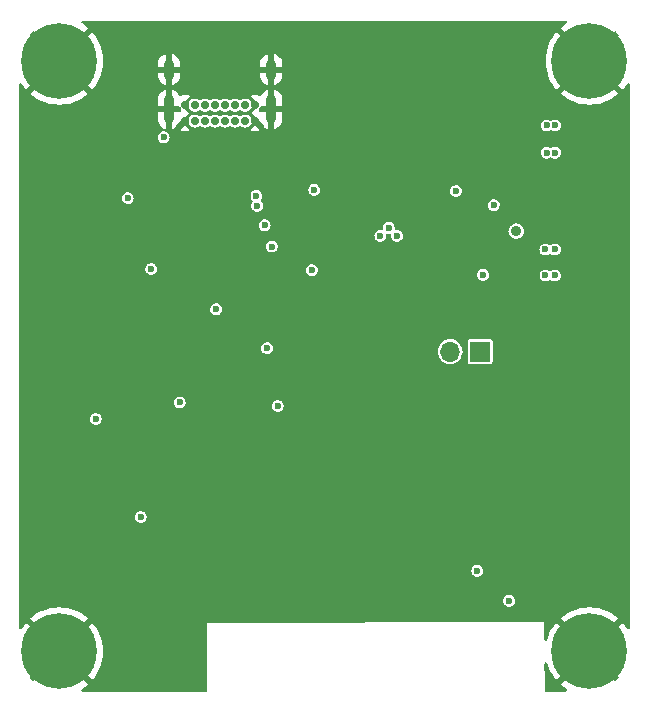
<source format=gbr>
%TF.GenerationSoftware,KiCad,Pcbnew,(6.0.2)*%
%TF.CreationDate,2022-05-29T19:06:36+02:00*%
%TF.ProjectId,PCB_ESP32_CAN,5043425f-4553-4503-9332-5f43414e2e6b,rev?*%
%TF.SameCoordinates,Original*%
%TF.FileFunction,Copper,L3,Inr*%
%TF.FilePolarity,Positive*%
%FSLAX46Y46*%
G04 Gerber Fmt 4.6, Leading zero omitted, Abs format (unit mm)*
G04 Created by KiCad (PCBNEW (6.0.2)) date 2022-05-29 19:06:36*
%MOMM*%
%LPD*%
G01*
G04 APERTURE LIST*
%TA.AperFunction,ComponentPad*%
%ADD10R,1.700000X1.700000*%
%TD*%
%TA.AperFunction,ComponentPad*%
%ADD11O,1.700000X1.700000*%
%TD*%
%TA.AperFunction,ComponentPad*%
%ADD12C,0.800000*%
%TD*%
%TA.AperFunction,ComponentPad*%
%ADD13C,6.400000*%
%TD*%
%TA.AperFunction,ComponentPad*%
%ADD14C,0.700000*%
%TD*%
%TA.AperFunction,ComponentPad*%
%ADD15O,0.900000X2.400000*%
%TD*%
%TA.AperFunction,ComponentPad*%
%ADD16O,0.900000X1.700000*%
%TD*%
%TA.AperFunction,ViaPad*%
%ADD17C,0.600000*%
%TD*%
%TA.AperFunction,ViaPad*%
%ADD18C,0.900000*%
%TD*%
G04 APERTURE END LIST*
D10*
%TO.N,Net-(JP1-Pad1)*%
%TO.C,120*%
X152540000Y-101700000D03*
D11*
%TO.N,/CANL*%
X150000000Y-101700000D03*
%TD*%
D12*
%TO.N,GND*%
%TO.C,H2*%
X116900000Y-129475000D03*
D13*
X116900000Y-127075000D03*
D12*
X118597056Y-128772056D03*
X116900000Y-124675000D03*
X118597056Y-125377944D03*
X115202944Y-128772056D03*
X115202944Y-125377944D03*
X114500000Y-127075000D03*
X119300000Y-127075000D03*
%TD*%
%TO.N,GND*%
%TO.C,H4*%
X163497056Y-125377944D03*
X160102944Y-125377944D03*
X164200000Y-127075000D03*
D13*
X161800000Y-127075000D03*
D12*
X159400000Y-127075000D03*
X160102944Y-128772056D03*
X161800000Y-124675000D03*
X161800000Y-129475000D03*
X163497056Y-128772056D03*
%TD*%
%TO.N,GND*%
%TO.C,H1*%
X119300000Y-77075000D03*
X114500000Y-77075000D03*
D13*
X116900000Y-77075000D03*
D12*
X116900000Y-79475000D03*
X115202944Y-75377944D03*
X115202944Y-78772056D03*
X118597056Y-78772056D03*
X116900000Y-74675000D03*
X118597056Y-75377944D03*
%TD*%
%TO.N,GND*%
%TO.C,H3*%
X164200000Y-77075000D03*
X161800000Y-79475000D03*
X163497056Y-75377944D03*
X160102944Y-78772056D03*
D13*
X161800000Y-77075000D03*
D12*
X159400000Y-77075000D03*
X160102944Y-75377944D03*
X161800000Y-74675000D03*
X163497056Y-78772056D03*
%TD*%
D14*
%TO.N,GND*%
%TO.C,J1*%
X133500000Y-82175000D03*
%TO.N,+5V*%
X132650000Y-82175000D03*
%TO.N,Net-(J1-PadA5)*%
X131800000Y-82175000D03*
%TO.N,/USB+*%
X130950000Y-82175000D03*
%TO.N,/USB-*%
X130100000Y-82175000D03*
%TO.N,unconnected-(J1-PadA8)*%
X129250000Y-82175000D03*
%TO.N,+5V*%
X128400000Y-82175000D03*
%TO.N,GND*%
X127550000Y-82175000D03*
X127550000Y-80825000D03*
%TO.N,+5V*%
X128400000Y-80825000D03*
%TO.N,Net-(J1-PadB5)*%
X129250000Y-80825000D03*
%TO.N,/USB+*%
X130100000Y-80825000D03*
%TO.N,/USB-*%
X130950000Y-80825000D03*
%TO.N,unconnected-(J1-PadB8)*%
X131800000Y-80825000D03*
%TO.N,+5V*%
X132650000Y-80825000D03*
%TO.N,GND*%
X133500000Y-80825000D03*
D15*
X126200000Y-81195000D03*
D16*
X134850000Y-77815000D03*
X126200000Y-77815000D03*
D15*
X134850000Y-81195000D03*
%TD*%
D17*
%TO.N,GND*%
X138300000Y-80400000D03*
X122600000Y-80400000D03*
X121300000Y-85700000D03*
X121300000Y-91700000D03*
X121300000Y-93700000D03*
X121300000Y-95700000D03*
X121300000Y-97800000D03*
X121900000Y-100600000D03*
X115300000Y-108300000D03*
X118500000Y-108300000D03*
X154000000Y-122800000D03*
X152300000Y-123900000D03*
X150600000Y-122800000D03*
X137100000Y-122800000D03*
X133500000Y-122800000D03*
X149500000Y-103500000D03*
X150900000Y-105300000D03*
X157100000Y-115500000D03*
X157100000Y-122200000D03*
X162300000Y-100900000D03*
X146700000Y-100400000D03*
X129700000Y-89400000D03*
X131200000Y-89400000D03*
X131300000Y-88000000D03*
X129700000Y-88000000D03*
X133600000Y-86000000D03*
X163575000Y-98650001D03*
X130400000Y-96800000D03*
X143000000Y-113700000D03*
X143000000Y-116700000D03*
X121900000Y-119100000D03*
X162475000Y-86050001D03*
X134500000Y-100300000D03*
X163675000Y-89450001D03*
X118200000Y-120400000D03*
X163575000Y-97150001D03*
X127400000Y-86000000D03*
X146400000Y-116700000D03*
X163575000Y-100150001D03*
X144700000Y-115100000D03*
X115600000Y-120400000D03*
X139800000Y-99800000D03*
X163675000Y-86750001D03*
X144500000Y-86300000D03*
X146400000Y-113700000D03*
X163675000Y-88250001D03*
%TO.N,/EN*%
X130200000Y-98100000D03*
X123800000Y-115700000D03*
X152300000Y-120265000D03*
X138500000Y-88000000D03*
%TO.N,+3V3*%
X144100000Y-91900000D03*
X120000000Y-107400000D03*
X145500000Y-91900000D03*
X134500000Y-101400000D03*
X144800000Y-91200000D03*
D18*
X155600000Y-91500000D03*
D17*
X152800000Y-95200000D03*
X125750000Y-83550000D03*
X155000000Y-122800000D03*
%TO.N,+5V*%
X153700000Y-89300000D03*
X158875000Y-95250001D03*
X158875000Y-84850001D03*
X122700000Y-88700000D03*
X158175000Y-84850001D03*
X158175000Y-82550001D03*
X158075000Y-93050001D03*
X158875000Y-82550001D03*
X158075000Y-95250001D03*
X124700000Y-94700000D03*
X158875000Y-93050001D03*
X150500000Y-88100000D03*
%TO.N,/IO0*%
X127100000Y-106000000D03*
X135400000Y-106300000D03*
X138300000Y-94800000D03*
%TO.N,Net-(R8-Pad2)*%
X133669511Y-89349450D03*
X134300000Y-91000000D03*
%TO.N,/TX*%
X133600000Y-88500000D03*
X134900000Y-92800000D03*
%TD*%
%TA.AperFunction,Conductor*%
%TO.N,GND*%
G36*
X159870114Y-73695002D02*
G01*
X159916607Y-73748658D01*
X159926711Y-73818932D01*
X159897217Y-73883512D01*
X159870617Y-73906673D01*
X159620265Y-74069253D01*
X159614939Y-74073123D01*
X159376165Y-74266478D01*
X159367700Y-74278733D01*
X159374034Y-74289824D01*
X164584310Y-79500100D01*
X164597386Y-79507241D01*
X164607753Y-79499784D01*
X164801877Y-79260061D01*
X164805747Y-79254735D01*
X164968327Y-79004383D01*
X165022204Y-78958146D01*
X165092525Y-78948376D01*
X165156965Y-78978176D01*
X165195064Y-79038084D01*
X165200000Y-79073007D01*
X165200000Y-125076993D01*
X165179998Y-125145114D01*
X165126342Y-125191607D01*
X165056068Y-125201711D01*
X164991488Y-125172217D01*
X164968327Y-125145617D01*
X164805747Y-124895265D01*
X164801877Y-124889939D01*
X164608522Y-124651165D01*
X164596267Y-124642700D01*
X164585176Y-124649034D01*
X159374900Y-129859310D01*
X159367759Y-129872386D01*
X159375216Y-129882753D01*
X159614935Y-130076874D01*
X159620267Y-130080748D01*
X159870617Y-130243327D01*
X159916854Y-130297204D01*
X159926624Y-130367525D01*
X159896824Y-130431965D01*
X159836915Y-130470064D01*
X159801993Y-130475000D01*
X158124765Y-130475000D01*
X158056644Y-130454998D01*
X158010151Y-130401342D01*
X157998767Y-130349618D01*
X157998360Y-130266488D01*
X157993307Y-129236005D01*
X157987896Y-128132321D01*
X158007563Y-128064103D01*
X158060990Y-128017347D01*
X158131214Y-128006899D01*
X158195939Y-128036075D01*
X158235601Y-128099092D01*
X158267788Y-128219216D01*
X158269829Y-128225498D01*
X158406740Y-128582164D01*
X158409422Y-128588189D01*
X158582872Y-128928603D01*
X158586169Y-128934313D01*
X158794253Y-129254735D01*
X158798123Y-129260061D01*
X158991478Y-129498835D01*
X159003733Y-129507300D01*
X159014824Y-129500966D01*
X161427978Y-127087812D01*
X161435592Y-127073868D01*
X161435461Y-127072035D01*
X161431210Y-127065420D01*
X159015690Y-124649900D01*
X159002614Y-124642759D01*
X158992247Y-124650216D01*
X158798123Y-124889939D01*
X158794253Y-124895265D01*
X158586169Y-125215687D01*
X158582872Y-125221397D01*
X158409422Y-125561811D01*
X158406740Y-125567836D01*
X158269829Y-125924502D01*
X158267789Y-125930780D01*
X158225424Y-126088886D01*
X158188472Y-126149508D01*
X158124611Y-126180530D01*
X158054117Y-126172101D01*
X157999370Y-126126898D01*
X157977719Y-126056892D01*
X157975322Y-125567836D01*
X157970993Y-124685000D01*
X157970420Y-124568116D01*
X157970420Y-124568115D01*
X157970331Y-124550000D01*
X155952408Y-124559534D01*
X129415781Y-124684914D01*
X129415780Y-124684914D01*
X129397666Y-124685000D01*
X129397793Y-124698686D01*
X129397793Y-124698688D01*
X129428573Y-128006899D01*
X129444933Y-129765246D01*
X129450353Y-130347828D01*
X129430985Y-130416132D01*
X129377764Y-130463122D01*
X129324358Y-130475000D01*
X118898007Y-130475000D01*
X118829886Y-130454998D01*
X118783393Y-130401342D01*
X118773289Y-130331068D01*
X118802783Y-130266488D01*
X118829383Y-130243327D01*
X119079733Y-130080748D01*
X119085065Y-130076874D01*
X119323835Y-129883522D01*
X119332300Y-129871267D01*
X119325966Y-129860176D01*
X116541922Y-127076132D01*
X117264408Y-127076132D01*
X117264539Y-127077965D01*
X117268790Y-127084580D01*
X119684310Y-129500100D01*
X119697386Y-129507241D01*
X119707753Y-129499784D01*
X119901877Y-129260061D01*
X119905747Y-129254735D01*
X120113831Y-128934313D01*
X120117128Y-128928603D01*
X120290578Y-128588189D01*
X120293260Y-128582164D01*
X120430171Y-128225498D01*
X120432212Y-128219216D01*
X120531094Y-127850184D01*
X120532465Y-127843734D01*
X120592234Y-127466371D01*
X120592920Y-127459833D01*
X120612916Y-127078301D01*
X120612916Y-127071699D01*
X120592920Y-126690167D01*
X120592234Y-126683629D01*
X120532465Y-126306266D01*
X120531094Y-126299816D01*
X120432212Y-125930784D01*
X120430171Y-125924502D01*
X120293260Y-125567836D01*
X120290578Y-125561811D01*
X120117128Y-125221397D01*
X120113831Y-125215687D01*
X119905747Y-124895265D01*
X119901877Y-124889939D01*
X119708522Y-124651165D01*
X119696267Y-124642700D01*
X119685176Y-124649034D01*
X117272022Y-127062188D01*
X117264408Y-127076132D01*
X116541922Y-127076132D01*
X114115690Y-124649900D01*
X114102614Y-124642759D01*
X114092247Y-124650216D01*
X113898123Y-124889939D01*
X113894253Y-124895265D01*
X113731673Y-125145617D01*
X113677796Y-125191854D01*
X113607475Y-125201624D01*
X113543035Y-125171824D01*
X113504936Y-125111916D01*
X113500000Y-125076993D01*
X113500000Y-124278733D01*
X114467700Y-124278733D01*
X114474034Y-124289824D01*
X116887188Y-126702978D01*
X116901132Y-126710592D01*
X116902965Y-126710461D01*
X116909580Y-126706210D01*
X119325100Y-124290690D01*
X119331630Y-124278733D01*
X159367700Y-124278733D01*
X159374034Y-124289824D01*
X161787188Y-126702978D01*
X161801132Y-126710592D01*
X161802965Y-126710461D01*
X161809580Y-126706210D01*
X164225100Y-124290690D01*
X164232241Y-124277614D01*
X164224784Y-124267247D01*
X163985065Y-124073126D01*
X163979728Y-124069249D01*
X163659315Y-123861170D01*
X163653606Y-123857873D01*
X163313189Y-123684422D01*
X163307164Y-123681740D01*
X162950498Y-123544829D01*
X162944216Y-123542788D01*
X162575184Y-123443906D01*
X162568734Y-123442535D01*
X162191371Y-123382766D01*
X162184833Y-123382080D01*
X161803301Y-123362084D01*
X161796699Y-123362084D01*
X161415167Y-123382080D01*
X161408629Y-123382766D01*
X161031266Y-123442535D01*
X161024816Y-123443906D01*
X160655784Y-123542788D01*
X160649502Y-123544829D01*
X160292836Y-123681740D01*
X160286811Y-123684422D01*
X159946397Y-123857872D01*
X159940687Y-123861169D01*
X159620265Y-124069253D01*
X159614939Y-124073123D01*
X159376165Y-124266478D01*
X159367700Y-124278733D01*
X119331630Y-124278733D01*
X119332241Y-124277614D01*
X119324784Y-124267247D01*
X119085065Y-124073126D01*
X119079728Y-124069249D01*
X118759315Y-123861170D01*
X118753606Y-123857873D01*
X118413189Y-123684422D01*
X118407164Y-123681740D01*
X118050498Y-123544829D01*
X118044216Y-123542788D01*
X117675184Y-123443906D01*
X117668734Y-123442535D01*
X117291371Y-123382766D01*
X117284833Y-123382080D01*
X116903301Y-123362084D01*
X116896699Y-123362084D01*
X116515167Y-123382080D01*
X116508629Y-123382766D01*
X116131266Y-123442535D01*
X116124816Y-123443906D01*
X115755784Y-123542788D01*
X115749502Y-123544829D01*
X115392836Y-123681740D01*
X115386811Y-123684422D01*
X115046397Y-123857872D01*
X115040687Y-123861169D01*
X114720265Y-124069253D01*
X114714939Y-124073123D01*
X114476165Y-124266478D01*
X114467700Y-124278733D01*
X113500000Y-124278733D01*
X113500000Y-122793823D01*
X154494391Y-122793823D01*
X154495555Y-122802725D01*
X154495555Y-122802728D01*
X154496814Y-122812354D01*
X154512980Y-122935979D01*
X154570720Y-123067203D01*
X154576497Y-123074076D01*
X154576498Y-123074077D01*
X154583792Y-123082754D01*
X154662970Y-123176948D01*
X154782313Y-123256390D01*
X154919157Y-123299142D01*
X154928129Y-123299306D01*
X154928132Y-123299307D01*
X154993463Y-123300504D01*
X155062499Y-123301770D01*
X155071533Y-123299307D01*
X155192158Y-123266421D01*
X155192160Y-123266420D01*
X155200817Y-123264060D01*
X155322991Y-123189045D01*
X155419200Y-123082754D01*
X155481710Y-122953733D01*
X155505496Y-122812354D01*
X155505647Y-122800000D01*
X155485323Y-122658082D01*
X155425984Y-122527572D01*
X155407598Y-122506234D01*
X155338260Y-122425763D01*
X155338257Y-122425760D01*
X155332400Y-122418963D01*
X155212095Y-122340985D01*
X155074739Y-122299907D01*
X155065763Y-122299852D01*
X155065762Y-122299852D01*
X155005555Y-122299484D01*
X154931376Y-122299031D01*
X154793529Y-122338428D01*
X154672280Y-122414930D01*
X154577377Y-122522388D01*
X154516447Y-122652163D01*
X154494391Y-122793823D01*
X113500000Y-122793823D01*
X113500000Y-120258823D01*
X151794391Y-120258823D01*
X151795555Y-120267725D01*
X151795555Y-120267728D01*
X151796814Y-120277354D01*
X151812980Y-120400979D01*
X151870720Y-120532203D01*
X151876497Y-120539076D01*
X151876498Y-120539077D01*
X151883792Y-120547754D01*
X151962970Y-120641948D01*
X152082313Y-120721390D01*
X152219157Y-120764142D01*
X152228129Y-120764306D01*
X152228132Y-120764307D01*
X152293463Y-120765504D01*
X152362499Y-120766770D01*
X152371533Y-120764307D01*
X152492158Y-120731421D01*
X152492160Y-120731420D01*
X152500817Y-120729060D01*
X152622991Y-120654045D01*
X152719200Y-120547754D01*
X152781710Y-120418733D01*
X152805496Y-120277354D01*
X152805647Y-120265000D01*
X152785323Y-120123082D01*
X152725984Y-119992572D01*
X152707598Y-119971234D01*
X152638260Y-119890763D01*
X152638257Y-119890760D01*
X152632400Y-119883963D01*
X152512095Y-119805985D01*
X152374739Y-119764907D01*
X152365763Y-119764852D01*
X152365762Y-119764852D01*
X152305555Y-119764484D01*
X152231376Y-119764031D01*
X152093529Y-119803428D01*
X151972280Y-119879930D01*
X151877377Y-119987388D01*
X151816447Y-120117163D01*
X151794391Y-120258823D01*
X113500000Y-120258823D01*
X113500000Y-115693823D01*
X123294391Y-115693823D01*
X123295555Y-115702725D01*
X123295555Y-115702728D01*
X123296814Y-115712354D01*
X123312980Y-115835979D01*
X123370720Y-115967203D01*
X123376497Y-115974076D01*
X123376498Y-115974077D01*
X123383792Y-115982754D01*
X123462970Y-116076948D01*
X123582313Y-116156390D01*
X123719157Y-116199142D01*
X123728129Y-116199306D01*
X123728132Y-116199307D01*
X123793463Y-116200504D01*
X123862499Y-116201770D01*
X123871533Y-116199307D01*
X123992158Y-116166421D01*
X123992160Y-116166420D01*
X124000817Y-116164060D01*
X124122991Y-116089045D01*
X124219200Y-115982754D01*
X124281710Y-115853733D01*
X124305496Y-115712354D01*
X124305647Y-115700000D01*
X124285323Y-115558082D01*
X124225984Y-115427572D01*
X124207598Y-115406234D01*
X124138260Y-115325763D01*
X124138257Y-115325760D01*
X124132400Y-115318963D01*
X124012095Y-115240985D01*
X123874739Y-115199907D01*
X123865763Y-115199852D01*
X123865762Y-115199852D01*
X123805555Y-115199484D01*
X123731376Y-115199031D01*
X123593529Y-115238428D01*
X123472280Y-115314930D01*
X123377377Y-115422388D01*
X123316447Y-115552163D01*
X123294391Y-115693823D01*
X113500000Y-115693823D01*
X113500000Y-107393823D01*
X119494391Y-107393823D01*
X119495555Y-107402725D01*
X119495555Y-107402728D01*
X119496814Y-107412354D01*
X119512980Y-107535979D01*
X119570720Y-107667203D01*
X119576497Y-107674076D01*
X119576498Y-107674077D01*
X119583792Y-107682754D01*
X119662970Y-107776948D01*
X119782313Y-107856390D01*
X119919157Y-107899142D01*
X119928129Y-107899306D01*
X119928132Y-107899307D01*
X119993463Y-107900504D01*
X120062499Y-107901770D01*
X120071533Y-107899307D01*
X120192158Y-107866421D01*
X120192160Y-107866420D01*
X120200817Y-107864060D01*
X120322991Y-107789045D01*
X120419200Y-107682754D01*
X120481710Y-107553733D01*
X120505496Y-107412354D01*
X120505647Y-107400000D01*
X120485323Y-107258082D01*
X120425984Y-107127572D01*
X120407598Y-107106234D01*
X120338260Y-107025763D01*
X120338257Y-107025760D01*
X120332400Y-107018963D01*
X120212095Y-106940985D01*
X120074739Y-106899907D01*
X120065763Y-106899852D01*
X120065762Y-106899852D01*
X120005555Y-106899484D01*
X119931376Y-106899031D01*
X119793529Y-106938428D01*
X119672280Y-107014930D01*
X119577377Y-107122388D01*
X119516447Y-107252163D01*
X119494391Y-107393823D01*
X113500000Y-107393823D01*
X113500000Y-105993823D01*
X126594391Y-105993823D01*
X126595555Y-106002725D01*
X126595555Y-106002728D01*
X126598126Y-106022388D01*
X126612980Y-106135979D01*
X126670720Y-106267203D01*
X126676497Y-106274076D01*
X126676498Y-106274077D01*
X126700582Y-106302728D01*
X126762970Y-106376948D01*
X126882313Y-106456390D01*
X126890888Y-106459069D01*
X126906864Y-106464060D01*
X127019157Y-106499142D01*
X127028129Y-106499306D01*
X127028132Y-106499307D01*
X127093463Y-106500504D01*
X127162499Y-106501770D01*
X127171533Y-106499307D01*
X127292158Y-106466421D01*
X127292160Y-106466420D01*
X127300817Y-106464060D01*
X127422991Y-106389045D01*
X127509181Y-106293823D01*
X134894391Y-106293823D01*
X134895555Y-106302725D01*
X134895555Y-106302728D01*
X134896814Y-106312354D01*
X134912980Y-106435979D01*
X134970720Y-106567203D01*
X134976497Y-106574076D01*
X134976498Y-106574077D01*
X134983792Y-106582754D01*
X135062970Y-106676948D01*
X135182313Y-106756390D01*
X135319157Y-106799142D01*
X135328129Y-106799306D01*
X135328132Y-106799307D01*
X135393463Y-106800504D01*
X135462499Y-106801770D01*
X135471533Y-106799307D01*
X135592158Y-106766421D01*
X135592160Y-106766420D01*
X135600817Y-106764060D01*
X135722991Y-106689045D01*
X135819200Y-106582754D01*
X135881710Y-106453733D01*
X135905496Y-106312354D01*
X135905647Y-106300000D01*
X135885323Y-106158082D01*
X135875274Y-106135979D01*
X135829700Y-106035746D01*
X135825984Y-106027572D01*
X135796904Y-105993823D01*
X135738260Y-105925763D01*
X135738257Y-105925760D01*
X135732400Y-105918963D01*
X135612095Y-105840985D01*
X135474739Y-105799907D01*
X135465763Y-105799852D01*
X135465762Y-105799852D01*
X135405555Y-105799484D01*
X135331376Y-105799031D01*
X135193529Y-105838428D01*
X135072280Y-105914930D01*
X134977377Y-106022388D01*
X134916447Y-106152163D01*
X134914142Y-106166968D01*
X134898536Y-106267203D01*
X134894391Y-106293823D01*
X127509181Y-106293823D01*
X127519200Y-106282754D01*
X127581710Y-106153733D01*
X127605496Y-106012354D01*
X127605647Y-106000000D01*
X127593464Y-105914930D01*
X127586596Y-105866968D01*
X127586595Y-105866965D01*
X127585323Y-105858082D01*
X127525984Y-105727572D01*
X127507598Y-105706234D01*
X127438260Y-105625763D01*
X127438257Y-105625760D01*
X127432400Y-105618963D01*
X127312095Y-105540985D01*
X127174739Y-105499907D01*
X127165763Y-105499852D01*
X127165762Y-105499852D01*
X127105555Y-105499484D01*
X127031376Y-105499031D01*
X126893529Y-105538428D01*
X126772280Y-105614930D01*
X126677377Y-105722388D01*
X126616447Y-105852163D01*
X126594391Y-105993823D01*
X113500000Y-105993823D01*
X113500000Y-101393823D01*
X133994391Y-101393823D01*
X133995555Y-101402725D01*
X133995555Y-101402728D01*
X133996814Y-101412354D01*
X134012980Y-101535979D01*
X134070720Y-101667203D01*
X134076497Y-101674076D01*
X134076498Y-101674077D01*
X134101249Y-101703522D01*
X134162970Y-101776948D01*
X134282313Y-101856390D01*
X134419157Y-101899142D01*
X134428129Y-101899306D01*
X134428132Y-101899307D01*
X134493463Y-101900504D01*
X134562499Y-101901770D01*
X134571533Y-101899307D01*
X134692158Y-101866421D01*
X134692160Y-101866420D01*
X134700817Y-101864060D01*
X134822991Y-101789045D01*
X134916930Y-101685262D01*
X148944520Y-101685262D01*
X148945036Y-101691406D01*
X148959733Y-101866421D01*
X148961759Y-101890553D01*
X149018544Y-102088586D01*
X149021359Y-102094063D01*
X149021360Y-102094066D01*
X149042247Y-102134707D01*
X149112712Y-102271818D01*
X149240677Y-102433270D01*
X149397564Y-102566791D01*
X149577398Y-102667297D01*
X149661280Y-102694552D01*
X149767471Y-102729056D01*
X149767475Y-102729057D01*
X149773329Y-102730959D01*
X149977894Y-102755351D01*
X149984029Y-102754879D01*
X149984031Y-102754879D01*
X150056625Y-102749293D01*
X150183300Y-102739546D01*
X150189230Y-102737890D01*
X150189232Y-102737890D01*
X150375797Y-102685800D01*
X150375796Y-102685800D01*
X150381725Y-102684145D01*
X150387214Y-102681372D01*
X150387220Y-102681370D01*
X150560116Y-102594033D01*
X150565610Y-102591258D01*
X150593142Y-102569748D01*
X151489500Y-102569748D01*
X151490707Y-102575816D01*
X151494331Y-102594033D01*
X151501133Y-102628231D01*
X151545448Y-102694552D01*
X151611769Y-102738867D01*
X151623938Y-102741288D01*
X151623939Y-102741288D01*
X151664184Y-102749293D01*
X151670252Y-102750500D01*
X153409748Y-102750500D01*
X153415816Y-102749293D01*
X153456061Y-102741288D01*
X153456062Y-102741288D01*
X153468231Y-102738867D01*
X153534552Y-102694552D01*
X153578867Y-102628231D01*
X153585670Y-102594033D01*
X153589293Y-102575816D01*
X153590500Y-102569748D01*
X153590500Y-100830252D01*
X153578867Y-100771769D01*
X153534552Y-100705448D01*
X153468231Y-100661133D01*
X153456062Y-100658712D01*
X153456061Y-100658712D01*
X153415816Y-100650707D01*
X153409748Y-100649500D01*
X151670252Y-100649500D01*
X151664184Y-100650707D01*
X151623939Y-100658712D01*
X151623938Y-100658712D01*
X151611769Y-100661133D01*
X151545448Y-100705448D01*
X151501133Y-100771769D01*
X151489500Y-100830252D01*
X151489500Y-102569748D01*
X150593142Y-102569748D01*
X150727951Y-102464424D01*
X150862564Y-102308472D01*
X150883387Y-102271818D01*
X150961276Y-102134707D01*
X150964323Y-102129344D01*
X151029351Y-101933863D01*
X151055171Y-101729474D01*
X151055583Y-101700000D01*
X151035480Y-101494970D01*
X150975935Y-101297749D01*
X150879218Y-101115849D01*
X150793004Y-101010140D01*
X150752906Y-100960975D01*
X150752903Y-100960972D01*
X150749011Y-100956200D01*
X150742173Y-100950543D01*
X150595025Y-100828811D01*
X150595021Y-100828809D01*
X150590275Y-100824882D01*
X150409055Y-100726897D01*
X150212254Y-100665977D01*
X150206129Y-100665333D01*
X150206128Y-100665333D01*
X150013498Y-100645087D01*
X150013496Y-100645087D01*
X150007369Y-100644443D01*
X149920529Y-100652346D01*
X149808342Y-100662555D01*
X149808339Y-100662556D01*
X149802203Y-100663114D01*
X149604572Y-100721280D01*
X149422002Y-100816726D01*
X149417201Y-100820586D01*
X149417198Y-100820588D01*
X149267454Y-100940985D01*
X149261447Y-100945815D01*
X149129024Y-101103630D01*
X149126056Y-101109028D01*
X149126053Y-101109033D01*
X149042490Y-101261035D01*
X149029776Y-101284162D01*
X148967484Y-101480532D01*
X148966798Y-101486649D01*
X148966797Y-101486653D01*
X148960266Y-101544881D01*
X148944520Y-101685262D01*
X134916930Y-101685262D01*
X134919200Y-101682754D01*
X134981710Y-101553733D01*
X135005496Y-101412354D01*
X135005647Y-101400000D01*
X134985323Y-101258082D01*
X134925984Y-101127572D01*
X134901281Y-101098903D01*
X134838260Y-101025763D01*
X134838257Y-101025760D01*
X134832400Y-101018963D01*
X134712095Y-100940985D01*
X134574739Y-100899907D01*
X134565763Y-100899852D01*
X134565762Y-100899852D01*
X134505555Y-100899484D01*
X134431376Y-100899031D01*
X134293529Y-100938428D01*
X134172280Y-101014930D01*
X134077377Y-101122388D01*
X134016447Y-101252163D01*
X133994391Y-101393823D01*
X113500000Y-101393823D01*
X113500000Y-98093823D01*
X129694391Y-98093823D01*
X129695555Y-98102725D01*
X129695555Y-98102728D01*
X129696814Y-98112354D01*
X129712980Y-98235979D01*
X129770720Y-98367203D01*
X129776497Y-98374076D01*
X129776498Y-98374077D01*
X129783792Y-98382754D01*
X129862970Y-98476948D01*
X129982313Y-98556390D01*
X130119157Y-98599142D01*
X130128129Y-98599306D01*
X130128132Y-98599307D01*
X130193463Y-98600504D01*
X130262499Y-98601770D01*
X130271533Y-98599307D01*
X130392158Y-98566421D01*
X130392160Y-98566420D01*
X130400817Y-98564060D01*
X130522991Y-98489045D01*
X130619200Y-98382754D01*
X130681710Y-98253733D01*
X130705496Y-98112354D01*
X130705647Y-98100000D01*
X130685323Y-97958082D01*
X130625984Y-97827572D01*
X130607598Y-97806234D01*
X130538260Y-97725763D01*
X130538257Y-97725760D01*
X130532400Y-97718963D01*
X130412095Y-97640985D01*
X130274739Y-97599907D01*
X130265763Y-97599852D01*
X130265762Y-97599852D01*
X130205555Y-97599484D01*
X130131376Y-97599031D01*
X129993529Y-97638428D01*
X129872280Y-97714930D01*
X129777377Y-97822388D01*
X129716447Y-97952163D01*
X129694391Y-98093823D01*
X113500000Y-98093823D01*
X113500000Y-94693823D01*
X124194391Y-94693823D01*
X124195555Y-94702725D01*
X124195555Y-94702728D01*
X124201718Y-94749853D01*
X124212980Y-94835979D01*
X124216597Y-94844199D01*
X124250289Y-94920769D01*
X124270720Y-94967203D01*
X124276497Y-94974076D01*
X124276498Y-94974077D01*
X124347869Y-95058983D01*
X124362970Y-95076948D01*
X124482313Y-95156390D01*
X124619157Y-95199142D01*
X124628129Y-95199306D01*
X124628132Y-95199307D01*
X124693463Y-95200504D01*
X124762499Y-95201770D01*
X124771533Y-95199307D01*
X124892158Y-95166421D01*
X124892160Y-95166420D01*
X124900817Y-95164060D01*
X125022991Y-95089045D01*
X125119200Y-94982754D01*
X125165343Y-94887515D01*
X125177795Y-94861814D01*
X125177795Y-94861813D01*
X125181710Y-94853733D01*
X125191789Y-94793823D01*
X137794391Y-94793823D01*
X137795555Y-94802725D01*
X137795555Y-94802728D01*
X137802225Y-94853733D01*
X137812980Y-94935979D01*
X137870720Y-95067203D01*
X137876497Y-95074076D01*
X137876498Y-95074077D01*
X137954121Y-95166421D01*
X137962970Y-95176948D01*
X138004900Y-95204859D01*
X138063436Y-95243824D01*
X138082313Y-95256390D01*
X138219157Y-95299142D01*
X138228129Y-95299306D01*
X138228132Y-95299307D01*
X138293463Y-95300504D01*
X138362499Y-95301770D01*
X138371533Y-95299307D01*
X138492158Y-95266421D01*
X138492160Y-95266420D01*
X138500817Y-95264060D01*
X138615209Y-95193823D01*
X152294391Y-95193823D01*
X152295555Y-95202725D01*
X152295555Y-95202728D01*
X152302717Y-95257494D01*
X152312980Y-95335979D01*
X152370720Y-95467203D01*
X152376497Y-95474076D01*
X152376498Y-95474077D01*
X152457190Y-95570072D01*
X152462970Y-95576948D01*
X152470447Y-95581925D01*
X152545562Y-95631926D01*
X152582313Y-95656390D01*
X152719157Y-95699142D01*
X152728129Y-95699306D01*
X152728132Y-95699307D01*
X152793463Y-95700504D01*
X152862499Y-95701770D01*
X152871533Y-95699307D01*
X152992158Y-95666421D01*
X152992160Y-95666420D01*
X153000817Y-95664060D01*
X153122991Y-95589045D01*
X153219200Y-95482754D01*
X153262104Y-95394200D01*
X153277795Y-95361814D01*
X153277795Y-95361813D01*
X153281710Y-95353733D01*
X153300201Y-95243824D01*
X157569391Y-95243824D01*
X157570555Y-95252726D01*
X157570555Y-95252729D01*
X157571423Y-95259364D01*
X157587980Y-95385980D01*
X157645720Y-95517204D01*
X157651497Y-95524077D01*
X157651498Y-95524078D01*
X157700515Y-95582391D01*
X157737970Y-95626949D01*
X157782198Y-95656390D01*
X157846823Y-95699408D01*
X157857313Y-95706391D01*
X157994157Y-95749143D01*
X158003129Y-95749307D01*
X158003132Y-95749308D01*
X158068463Y-95750505D01*
X158137499Y-95751771D01*
X158146533Y-95749308D01*
X158267158Y-95716422D01*
X158267160Y-95716421D01*
X158275817Y-95714061D01*
X158397991Y-95639046D01*
X158398716Y-95638245D01*
X158460256Y-95611695D01*
X158530302Y-95623279D01*
X158545370Y-95631875D01*
X158582198Y-95656390D01*
X158646823Y-95699408D01*
X158657313Y-95706391D01*
X158794157Y-95749143D01*
X158803129Y-95749307D01*
X158803132Y-95749308D01*
X158868463Y-95750505D01*
X158937499Y-95751771D01*
X158946533Y-95749308D01*
X159067158Y-95716422D01*
X159067160Y-95716421D01*
X159075817Y-95714061D01*
X159197991Y-95639046D01*
X159212263Y-95623279D01*
X159288178Y-95539408D01*
X159294200Y-95532755D01*
X159356710Y-95403734D01*
X159380496Y-95262355D01*
X159380647Y-95250001D01*
X159370185Y-95176948D01*
X159361596Y-95116969D01*
X159361595Y-95116966D01*
X159360323Y-95108083D01*
X159344862Y-95074077D01*
X159331203Y-95044036D01*
X159300984Y-94977573D01*
X159265144Y-94935979D01*
X159213260Y-94875764D01*
X159213257Y-94875761D01*
X159207400Y-94868964D01*
X159087095Y-94790986D01*
X158949739Y-94749908D01*
X158940763Y-94749853D01*
X158940762Y-94749853D01*
X158880555Y-94749485D01*
X158806376Y-94749032D01*
X158668529Y-94788429D01*
X158547280Y-94864931D01*
X158546227Y-94863261D01*
X158491845Y-94887515D01*
X158421664Y-94876787D01*
X158406499Y-94868380D01*
X158287095Y-94790986D01*
X158149739Y-94749908D01*
X158140763Y-94749853D01*
X158140762Y-94749853D01*
X158080555Y-94749485D01*
X158006376Y-94749032D01*
X157868529Y-94788429D01*
X157747280Y-94864931D01*
X157652377Y-94972389D01*
X157591447Y-95102164D01*
X157590066Y-95111036D01*
X157574291Y-95212354D01*
X157569391Y-95243824D01*
X153300201Y-95243824D01*
X153305496Y-95212354D01*
X153305647Y-95200000D01*
X153289809Y-95089407D01*
X153286596Y-95066968D01*
X153286595Y-95066965D01*
X153285323Y-95058082D01*
X153225984Y-94927572D01*
X153207598Y-94906234D01*
X153138260Y-94825763D01*
X153138257Y-94825760D01*
X153132400Y-94818963D01*
X153012095Y-94740985D01*
X152874739Y-94699907D01*
X152865763Y-94699852D01*
X152865762Y-94699852D01*
X152805555Y-94699484D01*
X152731376Y-94699031D01*
X152593529Y-94738428D01*
X152472280Y-94814930D01*
X152377377Y-94922388D01*
X152316447Y-95052163D01*
X152309927Y-95094037D01*
X152296171Y-95182391D01*
X152294391Y-95193823D01*
X138615209Y-95193823D01*
X138622991Y-95189045D01*
X138657054Y-95151413D01*
X138713178Y-95089407D01*
X138719200Y-95082754D01*
X138766199Y-94985747D01*
X138777795Y-94961814D01*
X138777795Y-94961813D01*
X138781710Y-94953733D01*
X138805496Y-94812354D01*
X138805647Y-94800000D01*
X138797473Y-94742924D01*
X138786596Y-94666968D01*
X138786595Y-94666965D01*
X138785323Y-94658082D01*
X138725984Y-94527572D01*
X138707598Y-94506234D01*
X138638260Y-94425763D01*
X138638257Y-94425760D01*
X138632400Y-94418963D01*
X138512095Y-94340985D01*
X138374739Y-94299907D01*
X138365763Y-94299852D01*
X138365762Y-94299852D01*
X138305555Y-94299484D01*
X138231376Y-94299031D01*
X138093529Y-94338428D01*
X137972280Y-94414930D01*
X137877377Y-94522388D01*
X137816447Y-94652163D01*
X137815066Y-94661035D01*
X137800981Y-94751499D01*
X137794391Y-94793823D01*
X125191789Y-94793823D01*
X125205496Y-94712354D01*
X125205647Y-94700000D01*
X125185323Y-94558082D01*
X125175168Y-94535746D01*
X125129700Y-94435746D01*
X125125984Y-94427572D01*
X125053299Y-94343217D01*
X125038260Y-94325763D01*
X125038257Y-94325760D01*
X125032400Y-94318963D01*
X124912095Y-94240985D01*
X124774739Y-94199907D01*
X124765763Y-94199852D01*
X124765762Y-94199852D01*
X124705555Y-94199484D01*
X124631376Y-94199031D01*
X124493529Y-94238428D01*
X124372280Y-94314930D01*
X124366338Y-94321658D01*
X124366337Y-94321659D01*
X124351527Y-94338428D01*
X124277377Y-94422388D01*
X124216447Y-94552163D01*
X124215066Y-94561035D01*
X124199956Y-94658082D01*
X124194391Y-94693823D01*
X113500000Y-94693823D01*
X113500000Y-92793823D01*
X134394391Y-92793823D01*
X134395555Y-92802725D01*
X134395555Y-92802728D01*
X134396814Y-92812354D01*
X134412980Y-92935979D01*
X134470720Y-93067203D01*
X134476497Y-93074076D01*
X134476498Y-93074077D01*
X134483792Y-93082754D01*
X134562970Y-93176948D01*
X134682313Y-93256390D01*
X134819157Y-93299142D01*
X134828129Y-93299306D01*
X134828132Y-93299307D01*
X134893463Y-93300504D01*
X134962499Y-93301770D01*
X134971533Y-93299307D01*
X135092158Y-93266421D01*
X135092160Y-93266420D01*
X135100817Y-93264060D01*
X135222991Y-93189045D01*
X135319200Y-93082754D01*
X135338061Y-93043824D01*
X157569391Y-93043824D01*
X157570555Y-93052726D01*
X157570555Y-93052729D01*
X157578686Y-93114902D01*
X157587980Y-93185980D01*
X157591597Y-93194200D01*
X157637890Y-93299408D01*
X157645720Y-93317204D01*
X157651497Y-93324077D01*
X157651498Y-93324078D01*
X157725148Y-93411695D01*
X157737970Y-93426949D01*
X157857313Y-93506391D01*
X157994157Y-93549143D01*
X158003129Y-93549307D01*
X158003132Y-93549308D01*
X158068463Y-93550505D01*
X158137499Y-93551771D01*
X158146533Y-93549308D01*
X158267158Y-93516422D01*
X158267160Y-93516421D01*
X158275817Y-93514061D01*
X158397991Y-93439046D01*
X158398716Y-93438245D01*
X158460256Y-93411695D01*
X158530302Y-93423279D01*
X158545370Y-93431875D01*
X158657313Y-93506391D01*
X158794157Y-93549143D01*
X158803129Y-93549307D01*
X158803132Y-93549308D01*
X158868463Y-93550505D01*
X158937499Y-93551771D01*
X158946533Y-93549308D01*
X159067158Y-93516422D01*
X159067160Y-93516421D01*
X159075817Y-93514061D01*
X159197991Y-93439046D01*
X159212263Y-93423279D01*
X159288178Y-93339408D01*
X159294200Y-93332755D01*
X159356710Y-93203734D01*
X159380496Y-93062355D01*
X159380647Y-93050001D01*
X159360323Y-92908083D01*
X159300984Y-92777573D01*
X159214141Y-92676787D01*
X159213260Y-92675764D01*
X159213257Y-92675761D01*
X159207400Y-92668964D01*
X159087095Y-92590986D01*
X158949739Y-92549908D01*
X158940763Y-92549853D01*
X158940762Y-92549853D01*
X158880555Y-92549485D01*
X158806376Y-92549032D01*
X158668529Y-92588429D01*
X158547280Y-92664931D01*
X158546227Y-92663261D01*
X158491845Y-92687515D01*
X158421664Y-92676787D01*
X158406499Y-92668380D01*
X158287095Y-92590986D01*
X158149739Y-92549908D01*
X158140763Y-92549853D01*
X158140762Y-92549853D01*
X158080555Y-92549485D01*
X158006376Y-92549032D01*
X157868529Y-92588429D01*
X157747280Y-92664931D01*
X157652377Y-92772389D01*
X157591447Y-92902164D01*
X157569391Y-93043824D01*
X135338061Y-93043824D01*
X135381710Y-92953733D01*
X135405496Y-92812354D01*
X135405647Y-92800000D01*
X135388002Y-92676787D01*
X135386596Y-92666968D01*
X135386595Y-92666965D01*
X135385323Y-92658082D01*
X135325984Y-92527572D01*
X135307598Y-92506234D01*
X135238260Y-92425763D01*
X135238257Y-92425760D01*
X135232400Y-92418963D01*
X135112095Y-92340985D01*
X134974739Y-92299907D01*
X134965763Y-92299852D01*
X134965762Y-92299852D01*
X134905555Y-92299484D01*
X134831376Y-92299031D01*
X134693529Y-92338428D01*
X134572280Y-92414930D01*
X134477377Y-92522388D01*
X134416447Y-92652163D01*
X134394391Y-92793823D01*
X113500000Y-92793823D01*
X113500000Y-91893823D01*
X143594391Y-91893823D01*
X143595555Y-91902725D01*
X143595555Y-91902728D01*
X143599551Y-91933282D01*
X143612980Y-92035979D01*
X143670720Y-92167203D01*
X143676497Y-92174076D01*
X143676498Y-92174077D01*
X143683792Y-92182754D01*
X143762970Y-92276948D01*
X143770447Y-92281925D01*
X143866511Y-92345871D01*
X143882313Y-92356390D01*
X144019157Y-92399142D01*
X144028129Y-92399306D01*
X144028132Y-92399307D01*
X144093463Y-92400504D01*
X144162499Y-92401770D01*
X144171533Y-92399307D01*
X144292158Y-92366421D01*
X144292160Y-92366420D01*
X144300817Y-92364060D01*
X144422991Y-92289045D01*
X144519200Y-92182754D01*
X144581710Y-92053733D01*
X144605496Y-91912354D01*
X144605647Y-91900000D01*
X144597495Y-91843079D01*
X144607639Y-91772813D01*
X144654162Y-91719184D01*
X144724532Y-91699241D01*
X144794799Y-91700529D01*
X144862499Y-91701770D01*
X144865062Y-91701071D01*
X144931991Y-91711987D01*
X144984760Y-91759484D01*
X145003474Y-91827970D01*
X145001996Y-91844977D01*
X144994391Y-91893823D01*
X144995555Y-91902725D01*
X144995555Y-91902728D01*
X144999551Y-91933282D01*
X145012980Y-92035979D01*
X145070720Y-92167203D01*
X145076497Y-92174076D01*
X145076498Y-92174077D01*
X145083792Y-92182754D01*
X145162970Y-92276948D01*
X145170447Y-92281925D01*
X145266511Y-92345871D01*
X145282313Y-92356390D01*
X145419157Y-92399142D01*
X145428129Y-92399306D01*
X145428132Y-92399307D01*
X145493463Y-92400504D01*
X145562499Y-92401770D01*
X145571533Y-92399307D01*
X145692158Y-92366421D01*
X145692160Y-92366420D01*
X145700817Y-92364060D01*
X145822991Y-92289045D01*
X145919200Y-92182754D01*
X145981710Y-92053733D01*
X146005496Y-91912354D01*
X146005647Y-91900000D01*
X145985323Y-91758082D01*
X145925984Y-91627572D01*
X145907598Y-91606234D01*
X145838260Y-91525763D01*
X145838257Y-91525760D01*
X145832400Y-91518963D01*
X145792557Y-91493138D01*
X154944758Y-91493138D01*
X154962035Y-91649633D01*
X155016143Y-91797490D01*
X155020380Y-91803796D01*
X155020382Y-91803799D01*
X155046780Y-91843082D01*
X155103958Y-91928172D01*
X155220410Y-92034135D01*
X155240202Y-92044881D01*
X155352099Y-92105637D01*
X155352101Y-92105638D01*
X155358776Y-92109262D01*
X155366125Y-92111190D01*
X155503719Y-92147287D01*
X155503721Y-92147287D01*
X155511069Y-92149215D01*
X155594380Y-92150524D01*
X155660898Y-92151569D01*
X155660901Y-92151569D01*
X155668495Y-92151688D01*
X155821968Y-92116538D01*
X155962625Y-92045795D01*
X155988869Y-92023381D01*
X156076574Y-91948474D01*
X156076576Y-91948471D01*
X156082348Y-91943542D01*
X156174224Y-91815683D01*
X156232950Y-91669598D01*
X156241827Y-91607221D01*
X156254553Y-91517807D01*
X156254553Y-91517804D01*
X156255134Y-91513723D01*
X156255278Y-91500000D01*
X156236363Y-91343694D01*
X156210057Y-91274077D01*
X156183394Y-91203514D01*
X156183393Y-91203511D01*
X156180710Y-91196412D01*
X156091531Y-91066657D01*
X156011312Y-90995184D01*
X155979648Y-90966972D01*
X155979645Y-90966970D01*
X155973976Y-90961919D01*
X155834831Y-90888245D01*
X155818122Y-90884048D01*
X155689498Y-90851740D01*
X155689496Y-90851740D01*
X155682128Y-90849889D01*
X155674530Y-90849849D01*
X155674528Y-90849849D01*
X155607319Y-90849497D01*
X155524684Y-90849065D01*
X155517305Y-90850837D01*
X155517301Y-90850837D01*
X155378967Y-90884048D01*
X155378963Y-90884049D01*
X155371588Y-90885820D01*
X155231679Y-90958032D01*
X155225957Y-90963024D01*
X155225955Y-90963025D01*
X155118759Y-91056538D01*
X155118756Y-91056541D01*
X155113034Y-91061533D01*
X155108667Y-91067747D01*
X155048235Y-91153733D01*
X155022501Y-91190348D01*
X154965309Y-91337039D01*
X154964318Y-91344568D01*
X154957148Y-91399031D01*
X154944758Y-91493138D01*
X145792557Y-91493138D01*
X145712095Y-91440985D01*
X145574739Y-91399907D01*
X145565763Y-91399852D01*
X145565762Y-91399852D01*
X145505555Y-91399484D01*
X145431376Y-91399031D01*
X145431383Y-91397853D01*
X145369736Y-91388568D01*
X145316393Y-91341717D01*
X145296847Y-91273464D01*
X145298590Y-91253402D01*
X145304689Y-91217149D01*
X145305496Y-91212354D01*
X145305647Y-91200000D01*
X145287448Y-91072917D01*
X145286596Y-91066968D01*
X145286595Y-91066965D01*
X145285323Y-91058082D01*
X145225984Y-90927572D01*
X145195160Y-90891799D01*
X145138260Y-90825763D01*
X145138257Y-90825760D01*
X145132400Y-90818963D01*
X145012095Y-90740985D01*
X144874739Y-90699907D01*
X144865763Y-90699852D01*
X144865762Y-90699852D01*
X144805555Y-90699484D01*
X144731376Y-90699031D01*
X144593529Y-90738428D01*
X144472280Y-90814930D01*
X144377377Y-90922388D01*
X144316447Y-91052163D01*
X144314142Y-91066968D01*
X144299375Y-91161814D01*
X144294391Y-91193823D01*
X144295555Y-91202725D01*
X144295555Y-91202727D01*
X144302773Y-91257919D01*
X144291773Y-91328058D01*
X144244599Y-91381116D01*
X144176228Y-91400247D01*
X144175746Y-91400208D01*
X144174739Y-91399907D01*
X144171797Y-91399889D01*
X144155035Y-91399787D01*
X144031376Y-91399031D01*
X143893529Y-91438428D01*
X143772280Y-91514930D01*
X143677377Y-91622388D01*
X143616447Y-91752163D01*
X143594391Y-91893823D01*
X113500000Y-91893823D01*
X113500000Y-90993823D01*
X133794391Y-90993823D01*
X133795555Y-91002725D01*
X133795555Y-91002728D01*
X133802020Y-91052163D01*
X133812980Y-91135979D01*
X133870720Y-91267203D01*
X133876497Y-91274076D01*
X133876498Y-91274077D01*
X133929423Y-91337039D01*
X133962970Y-91376948D01*
X133997461Y-91399907D01*
X134066511Y-91445871D01*
X134082313Y-91456390D01*
X134219157Y-91499142D01*
X134228129Y-91499306D01*
X134228132Y-91499307D01*
X134293463Y-91500504D01*
X134362499Y-91501770D01*
X134371533Y-91499307D01*
X134492158Y-91466421D01*
X134492160Y-91466420D01*
X134500817Y-91464060D01*
X134622991Y-91389045D01*
X134719200Y-91282754D01*
X134781710Y-91153733D01*
X134805496Y-91012354D01*
X134805647Y-91000000D01*
X134789378Y-90886395D01*
X134786596Y-90866968D01*
X134786595Y-90866965D01*
X134785323Y-90858082D01*
X134781242Y-90849105D01*
X134732082Y-90740985D01*
X134725984Y-90727572D01*
X134701391Y-90699031D01*
X134638260Y-90625763D01*
X134638257Y-90625760D01*
X134632400Y-90618963D01*
X134512095Y-90540985D01*
X134374739Y-90499907D01*
X134365763Y-90499852D01*
X134365762Y-90499852D01*
X134305555Y-90499484D01*
X134231376Y-90499031D01*
X134093529Y-90538428D01*
X133972280Y-90614930D01*
X133877377Y-90722388D01*
X133816447Y-90852163D01*
X133815066Y-90861035D01*
X133798572Y-90966972D01*
X133794391Y-90993823D01*
X113500000Y-90993823D01*
X113500000Y-88693823D01*
X122194391Y-88693823D01*
X122195555Y-88702725D01*
X122195555Y-88702728D01*
X122196814Y-88712354D01*
X122212980Y-88835979D01*
X122216597Y-88844199D01*
X122261992Y-88947366D01*
X122270720Y-88967203D01*
X122276497Y-88974076D01*
X122276498Y-88974077D01*
X122283792Y-88982754D01*
X122362970Y-89076948D01*
X122482313Y-89156390D01*
X122619157Y-89199142D01*
X122628129Y-89199306D01*
X122628132Y-89199307D01*
X122693463Y-89200504D01*
X122762499Y-89201770D01*
X122771533Y-89199307D01*
X122892158Y-89166421D01*
X122892160Y-89166420D01*
X122900817Y-89164060D01*
X123022991Y-89089045D01*
X123119200Y-88982754D01*
X123170112Y-88877671D01*
X123177795Y-88861814D01*
X123177795Y-88861813D01*
X123181710Y-88853733D01*
X123205496Y-88712354D01*
X123205647Y-88700000D01*
X123191556Y-88601605D01*
X123186596Y-88566968D01*
X123186595Y-88566965D01*
X123185323Y-88558082D01*
X123156106Y-88493823D01*
X133094391Y-88493823D01*
X133095555Y-88502725D01*
X133095555Y-88502728D01*
X133102794Y-88558082D01*
X133112980Y-88635979D01*
X133170720Y-88767203D01*
X133176497Y-88774076D01*
X133176498Y-88774077D01*
X133257195Y-88870078D01*
X133257963Y-88870991D01*
X133262970Y-88876948D01*
X133262110Y-88877671D01*
X133295095Y-88930798D01*
X133293990Y-89001786D01*
X133268103Y-89047816D01*
X133246888Y-89071838D01*
X133185958Y-89201613D01*
X133184577Y-89210485D01*
X133170215Y-89302728D01*
X133163902Y-89343273D01*
X133165066Y-89352175D01*
X133165066Y-89352178D01*
X133166325Y-89361804D01*
X133182491Y-89485429D01*
X133240231Y-89616653D01*
X133246008Y-89623526D01*
X133246009Y-89623527D01*
X133305030Y-89693741D01*
X133332481Y-89726398D01*
X133339958Y-89731375D01*
X133442010Y-89799307D01*
X133451824Y-89805840D01*
X133588668Y-89848592D01*
X133597640Y-89848756D01*
X133597643Y-89848757D01*
X133662974Y-89849954D01*
X133732010Y-89851220D01*
X133741044Y-89848757D01*
X133861669Y-89815871D01*
X133861671Y-89815870D01*
X133870328Y-89813510D01*
X133992502Y-89738495D01*
X134088711Y-89632204D01*
X134151221Y-89503183D01*
X134175007Y-89361804D01*
X134175158Y-89349450D01*
X134167192Y-89293823D01*
X153194391Y-89293823D01*
X153195555Y-89302725D01*
X153195555Y-89302728D01*
X153203685Y-89364901D01*
X153212980Y-89435979D01*
X153270720Y-89567203D01*
X153276497Y-89574076D01*
X153276498Y-89574077D01*
X153283792Y-89582754D01*
X153362970Y-89676948D01*
X153370447Y-89681925D01*
X153462485Y-89743191D01*
X153482313Y-89756390D01*
X153619157Y-89799142D01*
X153628129Y-89799306D01*
X153628132Y-89799307D01*
X153693463Y-89800504D01*
X153762499Y-89801770D01*
X153771533Y-89799307D01*
X153892158Y-89766421D01*
X153892160Y-89766420D01*
X153900817Y-89764060D01*
X154022991Y-89689045D01*
X154074441Y-89632204D01*
X154113178Y-89589407D01*
X154119200Y-89582754D01*
X154157752Y-89503183D01*
X154177795Y-89461814D01*
X154177795Y-89461813D01*
X154181710Y-89453733D01*
X154205496Y-89312354D01*
X154205647Y-89300000D01*
X154191556Y-89201605D01*
X154186596Y-89166968D01*
X154186595Y-89166965D01*
X154185323Y-89158082D01*
X154125984Y-89027572D01*
X154075009Y-88968413D01*
X154038260Y-88925763D01*
X154038257Y-88925760D01*
X154032400Y-88918963D01*
X153912095Y-88840985D01*
X153774739Y-88799907D01*
X153765763Y-88799852D01*
X153765762Y-88799852D01*
X153705555Y-88799484D01*
X153631376Y-88799031D01*
X153493529Y-88838428D01*
X153372280Y-88914930D01*
X153277377Y-89022388D01*
X153216447Y-89152163D01*
X153194391Y-89293823D01*
X134167192Y-89293823D01*
X134154834Y-89207532D01*
X134151095Y-89199307D01*
X134125964Y-89144036D01*
X134095495Y-89077022D01*
X134001911Y-88968413D01*
X134004535Y-88966152D01*
X133975328Y-88920346D01*
X133975582Y-88849350D01*
X134002933Y-88800726D01*
X134013178Y-88789407D01*
X134019200Y-88782754D01*
X134081710Y-88653733D01*
X134105496Y-88512354D01*
X134105647Y-88500000D01*
X134089809Y-88389407D01*
X134086596Y-88366968D01*
X134086595Y-88366965D01*
X134085323Y-88358082D01*
X134025984Y-88227572D01*
X133962360Y-88153733D01*
X133938260Y-88125763D01*
X133938257Y-88125760D01*
X133932400Y-88118963D01*
X133812095Y-88040985D01*
X133674739Y-87999907D01*
X133665763Y-87999852D01*
X133665762Y-87999852D01*
X133605555Y-87999484D01*
X133531376Y-87999031D01*
X133393529Y-88038428D01*
X133272280Y-88114930D01*
X133177377Y-88222388D01*
X133116447Y-88352163D01*
X133107210Y-88411490D01*
X133096171Y-88482391D01*
X133094391Y-88493823D01*
X123156106Y-88493823D01*
X123125984Y-88427572D01*
X123087366Y-88382754D01*
X123038260Y-88325763D01*
X123038257Y-88325760D01*
X123032400Y-88318963D01*
X122912095Y-88240985D01*
X122774739Y-88199907D01*
X122765763Y-88199852D01*
X122765762Y-88199852D01*
X122705555Y-88199484D01*
X122631376Y-88199031D01*
X122493529Y-88238428D01*
X122372280Y-88314930D01*
X122277377Y-88422388D01*
X122216447Y-88552163D01*
X122209133Y-88599142D01*
X122199375Y-88661814D01*
X122194391Y-88693823D01*
X113500000Y-88693823D01*
X113500000Y-87993823D01*
X137994391Y-87993823D01*
X137995555Y-88002725D01*
X137995555Y-88002728D01*
X138000224Y-88038428D01*
X138012980Y-88135979D01*
X138016597Y-88144199D01*
X138050289Y-88220769D01*
X138070720Y-88267203D01*
X138076497Y-88274076D01*
X138076498Y-88274077D01*
X138147869Y-88358983D01*
X138162970Y-88376948D01*
X138282313Y-88456390D01*
X138419157Y-88499142D01*
X138428129Y-88499306D01*
X138428132Y-88499307D01*
X138493463Y-88500504D01*
X138562499Y-88501770D01*
X138571533Y-88499307D01*
X138692158Y-88466421D01*
X138692160Y-88466420D01*
X138700817Y-88464060D01*
X138822991Y-88389045D01*
X138919200Y-88282754D01*
X138981710Y-88153733D01*
X138991789Y-88093823D01*
X149994391Y-88093823D01*
X149995555Y-88102725D01*
X149995555Y-88102728D01*
X150002225Y-88153733D01*
X150012980Y-88235979D01*
X150070720Y-88367203D01*
X150076497Y-88374076D01*
X150076498Y-88374077D01*
X150154121Y-88466421D01*
X150162970Y-88476948D01*
X150282313Y-88556390D01*
X150419157Y-88599142D01*
X150428129Y-88599306D01*
X150428132Y-88599307D01*
X150493463Y-88600504D01*
X150562499Y-88601770D01*
X150571533Y-88599307D01*
X150692158Y-88566421D01*
X150692160Y-88566420D01*
X150700817Y-88564060D01*
X150822991Y-88489045D01*
X150857054Y-88451413D01*
X150913178Y-88389407D01*
X150919200Y-88382754D01*
X150964426Y-88289407D01*
X150977795Y-88261814D01*
X150977795Y-88261813D01*
X150981710Y-88253733D01*
X151005496Y-88112354D01*
X151005647Y-88100000D01*
X150997473Y-88042924D01*
X150986596Y-87966968D01*
X150986595Y-87966965D01*
X150985323Y-87958082D01*
X150925984Y-87827572D01*
X150907598Y-87806234D01*
X150838260Y-87725763D01*
X150838257Y-87725760D01*
X150832400Y-87718963D01*
X150712095Y-87640985D01*
X150574739Y-87599907D01*
X150565763Y-87599852D01*
X150565762Y-87599852D01*
X150505555Y-87599484D01*
X150431376Y-87599031D01*
X150293529Y-87638428D01*
X150172280Y-87714930D01*
X150077377Y-87822388D01*
X150016447Y-87952163D01*
X149994391Y-88093823D01*
X138991789Y-88093823D01*
X139005496Y-88012354D01*
X139005647Y-88000000D01*
X138985323Y-87858082D01*
X138975168Y-87835746D01*
X138929700Y-87735746D01*
X138925984Y-87727572D01*
X138853299Y-87643217D01*
X138838260Y-87625763D01*
X138838257Y-87625760D01*
X138832400Y-87618963D01*
X138712095Y-87540985D01*
X138574739Y-87499907D01*
X138565763Y-87499852D01*
X138565762Y-87499852D01*
X138505555Y-87499484D01*
X138431376Y-87499031D01*
X138293529Y-87538428D01*
X138172280Y-87614930D01*
X138166338Y-87621658D01*
X138166337Y-87621659D01*
X138151527Y-87638428D01*
X138077377Y-87722388D01*
X138016447Y-87852163D01*
X138015066Y-87861035D01*
X137999956Y-87958082D01*
X137994391Y-87993823D01*
X113500000Y-87993823D01*
X113500000Y-84843824D01*
X157669391Y-84843824D01*
X157670555Y-84852726D01*
X157670555Y-84852729D01*
X157671814Y-84862355D01*
X157687980Y-84985980D01*
X157745720Y-85117204D01*
X157751497Y-85124077D01*
X157751498Y-85124078D01*
X157758792Y-85132755D01*
X157837970Y-85226949D01*
X157957313Y-85306391D01*
X158094157Y-85349143D01*
X158103129Y-85349307D01*
X158103132Y-85349308D01*
X158168463Y-85350505D01*
X158237499Y-85351771D01*
X158246533Y-85349308D01*
X158367158Y-85316422D01*
X158367160Y-85316421D01*
X158375817Y-85314061D01*
X158383464Y-85309366D01*
X158383468Y-85309364D01*
X158459572Y-85262636D01*
X158528089Y-85244038D01*
X158595319Y-85265124D01*
X158657313Y-85306391D01*
X158794157Y-85349143D01*
X158803129Y-85349307D01*
X158803132Y-85349308D01*
X158868463Y-85350505D01*
X158937499Y-85351771D01*
X158946533Y-85349308D01*
X159067158Y-85316422D01*
X159067160Y-85316421D01*
X159075817Y-85314061D01*
X159197991Y-85239046D01*
X159294200Y-85132755D01*
X159356710Y-85003734D01*
X159380496Y-84862355D01*
X159380647Y-84850001D01*
X159360323Y-84708083D01*
X159300984Y-84577573D01*
X159282598Y-84556235D01*
X159213260Y-84475764D01*
X159213257Y-84475761D01*
X159207400Y-84468964D01*
X159087095Y-84390986D01*
X158949739Y-84349908D01*
X158940763Y-84349853D01*
X158940762Y-84349853D01*
X158880555Y-84349485D01*
X158806376Y-84349032D01*
X158668529Y-84388429D01*
X158660942Y-84393216D01*
X158660940Y-84393217D01*
X158656732Y-84395872D01*
X158592066Y-84436673D01*
X158523783Y-84456107D01*
X158456302Y-84435844D01*
X158387095Y-84390986D01*
X158249739Y-84349908D01*
X158240763Y-84349853D01*
X158240762Y-84349853D01*
X158180555Y-84349485D01*
X158106376Y-84349032D01*
X157968529Y-84388429D01*
X157847280Y-84464931D01*
X157752377Y-84572389D01*
X157691447Y-84702164D01*
X157669391Y-84843824D01*
X113500000Y-84843824D01*
X113500000Y-81990447D01*
X125242000Y-81990447D01*
X125242323Y-81996822D01*
X125256082Y-82132277D01*
X125258636Y-82144717D01*
X125313016Y-82318244D01*
X125318025Y-82329932D01*
X125406187Y-82488979D01*
X125413438Y-82499412D01*
X125531785Y-82637491D01*
X125540976Y-82646244D01*
X125684680Y-82757711D01*
X125695447Y-82764440D01*
X125788627Y-82810290D01*
X125840918Y-82858312D01*
X125858944Y-82926982D01*
X125836984Y-82994497D01*
X125782008Y-83039421D01*
X125732227Y-83049342D01*
X125681376Y-83049031D01*
X125543529Y-83088428D01*
X125422280Y-83164930D01*
X125327377Y-83272388D01*
X125266447Y-83402163D01*
X125244391Y-83543823D01*
X125245555Y-83552725D01*
X125245555Y-83552728D01*
X125246814Y-83562354D01*
X125262980Y-83685979D01*
X125320720Y-83817203D01*
X125326497Y-83824076D01*
X125326498Y-83824077D01*
X125333792Y-83832754D01*
X125412970Y-83926948D01*
X125532313Y-84006390D01*
X125669157Y-84049142D01*
X125678129Y-84049306D01*
X125678132Y-84049307D01*
X125743463Y-84050504D01*
X125812499Y-84051770D01*
X125821533Y-84049307D01*
X125942158Y-84016421D01*
X125942160Y-84016420D01*
X125950817Y-84014060D01*
X126072991Y-83939045D01*
X126169200Y-83832754D01*
X126231710Y-83703733D01*
X126255496Y-83562354D01*
X126255647Y-83550000D01*
X126235323Y-83408082D01*
X126175984Y-83277572D01*
X126157598Y-83256234D01*
X126088260Y-83175763D01*
X126088257Y-83175760D01*
X126082400Y-83168963D01*
X125962095Y-83090985D01*
X125953496Y-83088413D01*
X125900049Y-83041684D01*
X125880350Y-82973475D01*
X125891807Y-82935090D01*
X127154740Y-82935090D01*
X127158251Y-82939780D01*
X127277372Y-82992816D01*
X127289860Y-82996873D01*
X127453364Y-83031628D01*
X127466424Y-83033000D01*
X127633576Y-83033000D01*
X127646636Y-83031628D01*
X127810140Y-82996873D01*
X127822628Y-82992816D01*
X127934763Y-82942890D01*
X127943940Y-82935090D01*
X133104740Y-82935090D01*
X133108251Y-82939780D01*
X133227372Y-82992816D01*
X133239860Y-82996873D01*
X133403364Y-83031628D01*
X133416424Y-83033000D01*
X133583576Y-83033000D01*
X133596636Y-83031628D01*
X133760140Y-82996873D01*
X133772628Y-82992816D01*
X133884763Y-82942890D01*
X133895507Y-82933758D01*
X133893910Y-82928120D01*
X133512812Y-82547022D01*
X133498868Y-82539408D01*
X133497035Y-82539539D01*
X133490420Y-82543790D01*
X133111500Y-82922710D01*
X133104740Y-82935090D01*
X127943940Y-82935090D01*
X127945507Y-82933758D01*
X127943910Y-82928120D01*
X127562812Y-82547022D01*
X127548868Y-82539408D01*
X127547035Y-82539539D01*
X127540420Y-82543790D01*
X127161500Y-82922710D01*
X127154740Y-82935090D01*
X125891807Y-82935090D01*
X125900655Y-82905444D01*
X125934999Y-82870183D01*
X125941874Y-82865459D01*
X125946000Y-82855636D01*
X125946000Y-82854229D01*
X126454000Y-82854229D01*
X126457973Y-82867760D01*
X126464075Y-82868637D01*
X126616136Y-82812690D01*
X126627549Y-82807123D01*
X126782109Y-82711292D01*
X126788319Y-82706509D01*
X126795440Y-82694292D01*
X126794816Y-82679947D01*
X126782065Y-82634172D01*
X126803014Y-82566336D01*
X126818958Y-82546832D01*
X127190790Y-82175000D01*
X127844750Y-82175000D01*
X127863670Y-82318709D01*
X127919139Y-82452625D01*
X128007379Y-82567621D01*
X128122375Y-82655861D01*
X128256291Y-82711330D01*
X128400000Y-82730250D01*
X128543709Y-82711330D01*
X128677625Y-82655861D01*
X128748296Y-82601633D01*
X128814516Y-82576032D01*
X128884065Y-82590297D01*
X128901704Y-82601633D01*
X128972375Y-82655861D01*
X129106291Y-82711330D01*
X129250000Y-82730250D01*
X129393709Y-82711330D01*
X129527625Y-82655861D01*
X129598296Y-82601633D01*
X129664516Y-82576032D01*
X129734065Y-82590297D01*
X129751704Y-82601633D01*
X129822375Y-82655861D01*
X129956291Y-82711330D01*
X130100000Y-82730250D01*
X130243709Y-82711330D01*
X130377625Y-82655861D01*
X130448296Y-82601633D01*
X130514516Y-82576032D01*
X130584065Y-82590297D01*
X130601704Y-82601633D01*
X130672375Y-82655861D01*
X130806291Y-82711330D01*
X130950000Y-82730250D01*
X131093709Y-82711330D01*
X131227625Y-82655861D01*
X131298296Y-82601633D01*
X131364516Y-82576032D01*
X131434065Y-82590297D01*
X131451704Y-82601633D01*
X131522375Y-82655861D01*
X131656291Y-82711330D01*
X131800000Y-82730250D01*
X131943709Y-82711330D01*
X132077625Y-82655861D01*
X132148296Y-82601633D01*
X132214516Y-82576032D01*
X132284065Y-82590297D01*
X132301704Y-82601633D01*
X132372375Y-82655861D01*
X132506291Y-82711330D01*
X132650000Y-82730250D01*
X132793709Y-82711330D01*
X132927625Y-82655861D01*
X133042621Y-82567621D01*
X133130861Y-82452625D01*
X133186330Y-82318709D01*
X133205250Y-82175000D01*
X133186330Y-82031291D01*
X133130861Y-81897375D01*
X133042621Y-81782379D01*
X132927625Y-81694139D01*
X132793709Y-81638670D01*
X132689285Y-81624922D01*
X132649375Y-81607266D01*
X132610715Y-81624922D01*
X132506291Y-81638670D01*
X132372375Y-81694139D01*
X132306241Y-81744886D01*
X132301704Y-81748367D01*
X132235484Y-81773968D01*
X132165935Y-81759703D01*
X132148296Y-81748367D01*
X132143759Y-81744886D01*
X132077625Y-81694139D01*
X131943709Y-81638670D01*
X131839285Y-81624922D01*
X131799375Y-81607266D01*
X131760715Y-81624922D01*
X131656291Y-81638670D01*
X131522375Y-81694139D01*
X131456241Y-81744886D01*
X131451704Y-81748367D01*
X131385484Y-81773968D01*
X131315935Y-81759703D01*
X131298296Y-81748367D01*
X131293759Y-81744886D01*
X131227625Y-81694139D01*
X131093709Y-81638670D01*
X130989285Y-81624922D01*
X130949375Y-81607266D01*
X130910715Y-81624922D01*
X130806291Y-81638670D01*
X130672375Y-81694139D01*
X130606241Y-81744886D01*
X130601704Y-81748367D01*
X130535484Y-81773968D01*
X130465935Y-81759703D01*
X130448296Y-81748367D01*
X130443759Y-81744886D01*
X130377625Y-81694139D01*
X130243709Y-81638670D01*
X130139285Y-81624922D01*
X130099375Y-81607266D01*
X130060715Y-81624922D01*
X129956291Y-81638670D01*
X129822375Y-81694139D01*
X129756241Y-81744886D01*
X129751704Y-81748367D01*
X129685484Y-81773968D01*
X129615935Y-81759703D01*
X129598296Y-81748367D01*
X129593759Y-81744886D01*
X129527625Y-81694139D01*
X129393709Y-81638670D01*
X129289285Y-81624922D01*
X129249375Y-81607266D01*
X129210715Y-81624922D01*
X129106291Y-81638670D01*
X128972375Y-81694139D01*
X128906241Y-81744886D01*
X128901704Y-81748367D01*
X128835484Y-81773968D01*
X128765935Y-81759703D01*
X128748296Y-81748367D01*
X128743759Y-81744886D01*
X128677625Y-81694139D01*
X128543709Y-81638670D01*
X128439285Y-81624922D01*
X128399375Y-81607266D01*
X128360715Y-81624922D01*
X128256291Y-81638670D01*
X128122375Y-81694139D01*
X128007379Y-81782379D01*
X127919139Y-81897375D01*
X127863670Y-82031291D01*
X127844750Y-82175000D01*
X127190790Y-82175000D01*
X127852978Y-81512812D01*
X127860592Y-81498868D01*
X127860461Y-81497035D01*
X127856210Y-81490420D01*
X127279885Y-80914095D01*
X127245859Y-80851783D01*
X127247775Y-80825000D01*
X127844750Y-80825000D01*
X127863670Y-80968709D01*
X127919139Y-81102625D01*
X128007379Y-81217621D01*
X128122375Y-81305861D01*
X128256291Y-81361330D01*
X128327530Y-81370709D01*
X128360715Y-81375078D01*
X128400625Y-81392734D01*
X128439285Y-81375078D01*
X128472470Y-81370709D01*
X128543709Y-81361330D01*
X128677625Y-81305861D01*
X128748296Y-81251633D01*
X128814516Y-81226032D01*
X128884065Y-81240297D01*
X128901704Y-81251633D01*
X128972375Y-81305861D01*
X129106291Y-81361330D01*
X129177530Y-81370709D01*
X129210715Y-81375078D01*
X129250625Y-81392734D01*
X129289285Y-81375078D01*
X129322470Y-81370709D01*
X129393709Y-81361330D01*
X129527625Y-81305861D01*
X129598296Y-81251633D01*
X129664516Y-81226032D01*
X129734065Y-81240297D01*
X129751704Y-81251633D01*
X129822375Y-81305861D01*
X129956291Y-81361330D01*
X130027530Y-81370709D01*
X130060715Y-81375078D01*
X130100625Y-81392734D01*
X130139285Y-81375078D01*
X130172470Y-81370709D01*
X130243709Y-81361330D01*
X130377625Y-81305861D01*
X130448296Y-81251633D01*
X130514516Y-81226032D01*
X130584065Y-81240297D01*
X130601704Y-81251633D01*
X130672375Y-81305861D01*
X130806291Y-81361330D01*
X130877530Y-81370709D01*
X130910715Y-81375078D01*
X130950625Y-81392734D01*
X130989285Y-81375078D01*
X131022470Y-81370709D01*
X131093709Y-81361330D01*
X131227625Y-81305861D01*
X131298296Y-81251633D01*
X131364516Y-81226032D01*
X131434065Y-81240297D01*
X131451704Y-81251633D01*
X131522375Y-81305861D01*
X131656291Y-81361330D01*
X131727530Y-81370709D01*
X131760715Y-81375078D01*
X131800625Y-81392734D01*
X131839285Y-81375078D01*
X131872470Y-81370709D01*
X131943709Y-81361330D01*
X132077625Y-81305861D01*
X132148296Y-81251633D01*
X132214516Y-81226032D01*
X132284065Y-81240297D01*
X132301704Y-81251633D01*
X132372375Y-81305861D01*
X132506291Y-81361330D01*
X132577530Y-81370709D01*
X132610715Y-81375078D01*
X132650625Y-81392734D01*
X132689285Y-81375078D01*
X132722470Y-81370709D01*
X132793709Y-81361330D01*
X132927625Y-81305861D01*
X133042621Y-81217621D01*
X133130861Y-81102625D01*
X133186330Y-80968709D01*
X133205250Y-80825000D01*
X133186330Y-80681291D01*
X133130861Y-80547375D01*
X133042621Y-80432379D01*
X132927625Y-80344139D01*
X132793709Y-80288670D01*
X132650000Y-80269750D01*
X132506291Y-80288670D01*
X132372375Y-80344139D01*
X132306241Y-80394886D01*
X132301704Y-80398367D01*
X132235484Y-80423968D01*
X132165935Y-80409703D01*
X132148296Y-80398367D01*
X132143759Y-80394886D01*
X132077625Y-80344139D01*
X131943709Y-80288670D01*
X131800000Y-80269750D01*
X131656291Y-80288670D01*
X131522375Y-80344139D01*
X131456241Y-80394886D01*
X131451704Y-80398367D01*
X131385484Y-80423968D01*
X131315935Y-80409703D01*
X131298296Y-80398367D01*
X131293759Y-80394886D01*
X131227625Y-80344139D01*
X131093709Y-80288670D01*
X130950000Y-80269750D01*
X130806291Y-80288670D01*
X130672375Y-80344139D01*
X130606241Y-80394886D01*
X130601704Y-80398367D01*
X130535484Y-80423968D01*
X130465935Y-80409703D01*
X130448296Y-80398367D01*
X130443759Y-80394886D01*
X130377625Y-80344139D01*
X130243709Y-80288670D01*
X130100000Y-80269750D01*
X129956291Y-80288670D01*
X129822375Y-80344139D01*
X129756241Y-80394886D01*
X129751704Y-80398367D01*
X129685484Y-80423968D01*
X129615935Y-80409703D01*
X129598296Y-80398367D01*
X129593759Y-80394886D01*
X129527625Y-80344139D01*
X129393709Y-80288670D01*
X129250000Y-80269750D01*
X129106291Y-80288670D01*
X128972375Y-80344139D01*
X128906241Y-80394886D01*
X128901704Y-80398367D01*
X128835484Y-80423968D01*
X128765935Y-80409703D01*
X128748296Y-80398367D01*
X128743759Y-80394886D01*
X128677625Y-80344139D01*
X128543709Y-80288670D01*
X128400000Y-80269750D01*
X128256291Y-80288670D01*
X128122375Y-80344139D01*
X128007379Y-80432379D01*
X127919139Y-80547375D01*
X127863670Y-80681291D01*
X127844750Y-80825000D01*
X127247775Y-80825000D01*
X127250924Y-80780968D01*
X127279885Y-80735905D01*
X127938500Y-80077290D01*
X127944533Y-80066242D01*
X133104493Y-80066242D01*
X133106090Y-80071880D01*
X133770115Y-80735905D01*
X133804141Y-80798217D01*
X133799076Y-80869032D01*
X133770115Y-80914095D01*
X133197022Y-81487188D01*
X133189408Y-81501132D01*
X133189539Y-81502965D01*
X133193790Y-81509580D01*
X134233173Y-82548963D01*
X134267199Y-82611275D01*
X134262134Y-82682090D01*
X134257243Y-82692800D01*
X134265535Y-82704077D01*
X134334680Y-82757711D01*
X134345440Y-82764435D01*
X134508625Y-82844732D01*
X134520519Y-82849155D01*
X134578470Y-82864251D01*
X134592564Y-82863817D01*
X134596000Y-82855636D01*
X134596000Y-82854229D01*
X135104000Y-82854229D01*
X135107973Y-82867760D01*
X135114075Y-82868637D01*
X135266136Y-82812690D01*
X135277549Y-82807123D01*
X135432108Y-82711292D01*
X135442174Y-82703540D01*
X135574303Y-82578592D01*
X135582605Y-82568974D01*
X135600215Y-82543824D01*
X157669391Y-82543824D01*
X157670555Y-82552726D01*
X157670555Y-82552729D01*
X157673937Y-82578592D01*
X157687980Y-82685980D01*
X157745720Y-82817204D01*
X157751497Y-82824077D01*
X157751498Y-82824078D01*
X157788954Y-82868637D01*
X157837970Y-82926949D01*
X157957313Y-83006391D01*
X158094157Y-83049143D01*
X158103129Y-83049307D01*
X158103132Y-83049308D01*
X158168463Y-83050505D01*
X158237499Y-83051771D01*
X158246163Y-83049409D01*
X158367158Y-83016422D01*
X158367160Y-83016421D01*
X158375817Y-83014061D01*
X158383464Y-83009366D01*
X158383468Y-83009364D01*
X158459572Y-82962636D01*
X158528089Y-82944038D01*
X158595319Y-82965124D01*
X158657313Y-83006391D01*
X158794157Y-83049143D01*
X158803129Y-83049307D01*
X158803132Y-83049308D01*
X158868463Y-83050505D01*
X158937499Y-83051771D01*
X158946163Y-83049409D01*
X159067158Y-83016422D01*
X159067160Y-83016421D01*
X159075817Y-83014061D01*
X159197991Y-82939046D01*
X159212778Y-82922710D01*
X159288178Y-82839408D01*
X159294200Y-82832755D01*
X159343863Y-82730250D01*
X159352795Y-82711815D01*
X159352795Y-82711814D01*
X159356710Y-82703734D01*
X159380496Y-82562355D01*
X159380647Y-82550001D01*
X159366702Y-82452625D01*
X159361596Y-82416969D01*
X159361595Y-82416966D01*
X159360323Y-82408083D01*
X159300984Y-82277573D01*
X159282598Y-82256235D01*
X159213260Y-82175764D01*
X159213257Y-82175761D01*
X159207400Y-82168964D01*
X159087095Y-82090986D01*
X158949739Y-82049908D01*
X158940763Y-82049853D01*
X158940762Y-82049853D01*
X158880555Y-82049485D01*
X158806376Y-82049032D01*
X158668529Y-82088429D01*
X158660942Y-82093216D01*
X158660940Y-82093217D01*
X158656732Y-82095872D01*
X158592066Y-82136673D01*
X158523783Y-82156107D01*
X158456302Y-82135844D01*
X158387095Y-82090986D01*
X158249739Y-82049908D01*
X158240763Y-82049853D01*
X158240762Y-82049853D01*
X158180555Y-82049485D01*
X158106376Y-82049032D01*
X157968529Y-82088429D01*
X157847280Y-82164931D01*
X157752377Y-82272389D01*
X157691447Y-82402164D01*
X157690066Y-82411036D01*
X157672256Y-82525424D01*
X157669391Y-82543824D01*
X135600215Y-82543824D01*
X135686908Y-82420013D01*
X135693108Y-82408919D01*
X135765332Y-82242020D01*
X135769171Y-82229917D01*
X135806675Y-82050400D01*
X135807915Y-82040848D01*
X135808000Y-82037616D01*
X135808000Y-81467115D01*
X135803525Y-81451876D01*
X135802135Y-81450671D01*
X135794452Y-81449000D01*
X135122115Y-81449000D01*
X135106876Y-81453475D01*
X135105671Y-81454865D01*
X135104000Y-81462548D01*
X135104000Y-82854229D01*
X134596000Y-82854229D01*
X134596000Y-81467115D01*
X134591525Y-81451876D01*
X134590135Y-81450671D01*
X134582452Y-81449000D01*
X133978000Y-81449000D01*
X133909879Y-81428998D01*
X133863386Y-81375342D01*
X133852000Y-81323000D01*
X133852000Y-81067000D01*
X133872002Y-80998879D01*
X133925658Y-80952386D01*
X133978000Y-80941000D01*
X134577885Y-80941000D01*
X134593124Y-80936525D01*
X134594329Y-80935135D01*
X134596000Y-80927452D01*
X134596000Y-80922885D01*
X135104000Y-80922885D01*
X135108475Y-80938124D01*
X135109865Y-80939329D01*
X135117548Y-80941000D01*
X135789885Y-80941000D01*
X135805124Y-80936525D01*
X135806329Y-80935135D01*
X135808000Y-80927452D01*
X135808000Y-80399553D01*
X135807677Y-80393178D01*
X135793918Y-80257723D01*
X135791364Y-80245283D01*
X135736984Y-80071756D01*
X135731975Y-80060068D01*
X135643813Y-79901021D01*
X135636562Y-79890588D01*
X135620961Y-79872386D01*
X159367759Y-79872386D01*
X159375216Y-79882753D01*
X159614935Y-80076874D01*
X159620272Y-80080751D01*
X159940685Y-80288830D01*
X159946394Y-80292127D01*
X160286811Y-80465578D01*
X160292836Y-80468260D01*
X160649502Y-80605171D01*
X160655784Y-80607212D01*
X161024816Y-80706094D01*
X161031266Y-80707465D01*
X161408629Y-80767234D01*
X161415167Y-80767920D01*
X161796699Y-80787916D01*
X161803301Y-80787916D01*
X162184833Y-80767920D01*
X162191371Y-80767234D01*
X162568734Y-80707465D01*
X162575184Y-80706094D01*
X162944216Y-80607212D01*
X162950498Y-80605171D01*
X163307164Y-80468260D01*
X163313189Y-80465578D01*
X163653606Y-80292127D01*
X163659315Y-80288830D01*
X163979728Y-80080751D01*
X163985065Y-80076874D01*
X164223835Y-79883522D01*
X164232300Y-79871267D01*
X164225966Y-79860176D01*
X161812812Y-77447022D01*
X161798868Y-77439408D01*
X161797035Y-77439539D01*
X161790420Y-77443790D01*
X159374900Y-79859310D01*
X159367759Y-79872386D01*
X135620961Y-79872386D01*
X135518215Y-79752509D01*
X135509024Y-79743756D01*
X135365320Y-79632289D01*
X135354560Y-79625565D01*
X135191375Y-79545268D01*
X135179481Y-79540845D01*
X135121530Y-79525749D01*
X135107436Y-79526183D01*
X135104000Y-79534364D01*
X135104000Y-80922885D01*
X134596000Y-80922885D01*
X134596000Y-79535771D01*
X134592027Y-79522240D01*
X134585925Y-79521363D01*
X134433864Y-79577310D01*
X134422451Y-79582877D01*
X134267892Y-79678708D01*
X134257826Y-79686460D01*
X134125697Y-79811408D01*
X134117395Y-79821026D01*
X134013087Y-79969994D01*
X134004659Y-79985073D01*
X133953964Y-80034777D01*
X133884444Y-80049182D01*
X133843426Y-80038705D01*
X133772633Y-80007186D01*
X133760137Y-80003126D01*
X133596636Y-79968372D01*
X133583576Y-79967000D01*
X133416424Y-79967000D01*
X133403364Y-79968372D01*
X133239860Y-80003127D01*
X133227372Y-80007184D01*
X133115237Y-80057110D01*
X133104493Y-80066242D01*
X127944533Y-80066242D01*
X127945260Y-80064910D01*
X127941749Y-80060220D01*
X127822628Y-80007184D01*
X127810140Y-80003127D01*
X127646636Y-79968372D01*
X127633576Y-79967000D01*
X127466424Y-79967000D01*
X127453364Y-79968372D01*
X127289863Y-80003126D01*
X127277371Y-80007185D01*
X127202617Y-80040468D01*
X127132250Y-80049902D01*
X127067953Y-80019796D01*
X127041166Y-79986447D01*
X126993813Y-79901021D01*
X126986562Y-79890588D01*
X126868215Y-79752509D01*
X126859024Y-79743756D01*
X126715320Y-79632289D01*
X126704560Y-79625565D01*
X126541375Y-79545268D01*
X126529481Y-79540845D01*
X126471530Y-79525749D01*
X126457436Y-79526183D01*
X126454000Y-79534364D01*
X126454000Y-80922885D01*
X126458475Y-80938124D01*
X126459865Y-80939329D01*
X126467548Y-80941000D01*
X127072000Y-80941000D01*
X127140121Y-80961002D01*
X127186614Y-81014658D01*
X127198000Y-81067000D01*
X127198000Y-81323000D01*
X127177998Y-81391121D01*
X127124342Y-81437614D01*
X127072000Y-81449000D01*
X126472115Y-81449000D01*
X126456876Y-81453475D01*
X126455671Y-81454865D01*
X126454000Y-81462548D01*
X126454000Y-82854229D01*
X125946000Y-82854229D01*
X125946000Y-81467115D01*
X125941525Y-81451876D01*
X125940135Y-81450671D01*
X125932452Y-81449000D01*
X125260115Y-81449000D01*
X125244876Y-81453475D01*
X125243671Y-81454865D01*
X125242000Y-81462548D01*
X125242000Y-81990447D01*
X113500000Y-81990447D01*
X113500000Y-80922885D01*
X125242000Y-80922885D01*
X125246475Y-80938124D01*
X125247865Y-80939329D01*
X125255548Y-80941000D01*
X125927885Y-80941000D01*
X125943124Y-80936525D01*
X125944329Y-80935135D01*
X125946000Y-80927452D01*
X125946000Y-79535771D01*
X125942027Y-79522240D01*
X125935925Y-79521363D01*
X125783864Y-79577310D01*
X125772451Y-79582877D01*
X125617892Y-79678708D01*
X125607826Y-79686460D01*
X125475697Y-79811408D01*
X125467395Y-79821026D01*
X125363092Y-79969987D01*
X125356892Y-79981081D01*
X125284668Y-80147980D01*
X125280829Y-80160083D01*
X125243325Y-80339600D01*
X125242085Y-80349152D01*
X125242000Y-80352384D01*
X125242000Y-80922885D01*
X113500000Y-80922885D01*
X113500000Y-79872386D01*
X114467759Y-79872386D01*
X114475216Y-79882753D01*
X114714935Y-80076874D01*
X114720272Y-80080751D01*
X115040685Y-80288830D01*
X115046394Y-80292127D01*
X115386811Y-80465578D01*
X115392836Y-80468260D01*
X115749502Y-80605171D01*
X115755784Y-80607212D01*
X116124816Y-80706094D01*
X116131266Y-80707465D01*
X116508629Y-80767234D01*
X116515167Y-80767920D01*
X116896699Y-80787916D01*
X116903301Y-80787916D01*
X117284833Y-80767920D01*
X117291371Y-80767234D01*
X117668734Y-80707465D01*
X117675184Y-80706094D01*
X118044216Y-80607212D01*
X118050498Y-80605171D01*
X118407164Y-80468260D01*
X118413189Y-80465578D01*
X118753606Y-80292127D01*
X118759315Y-80288830D01*
X119079728Y-80080751D01*
X119085065Y-80076874D01*
X119323835Y-79883522D01*
X119332300Y-79871267D01*
X119325966Y-79860176D01*
X116912812Y-77447022D01*
X116898868Y-77439408D01*
X116897035Y-77439539D01*
X116890420Y-77443790D01*
X114474900Y-79859310D01*
X114467759Y-79872386D01*
X113500000Y-79872386D01*
X113500000Y-79073007D01*
X113520002Y-79004886D01*
X113573658Y-78958393D01*
X113643932Y-78948289D01*
X113708512Y-78977783D01*
X113731673Y-79004383D01*
X113894253Y-79254735D01*
X113898123Y-79260061D01*
X114091478Y-79498835D01*
X114103733Y-79507300D01*
X114114824Y-79500966D01*
X116539658Y-77076132D01*
X117264408Y-77076132D01*
X117264539Y-77077965D01*
X117268790Y-77084580D01*
X119684310Y-79500100D01*
X119697386Y-79507241D01*
X119707753Y-79499784D01*
X119901877Y-79260061D01*
X119905747Y-79254735D01*
X120113831Y-78934313D01*
X120117128Y-78928603D01*
X120290578Y-78588189D01*
X120293260Y-78582164D01*
X120416755Y-78260447D01*
X125242000Y-78260447D01*
X125242323Y-78266822D01*
X125256082Y-78402277D01*
X125258636Y-78414717D01*
X125313016Y-78588244D01*
X125318025Y-78599932D01*
X125406187Y-78758979D01*
X125413438Y-78769412D01*
X125531785Y-78907491D01*
X125540976Y-78916244D01*
X125684680Y-79027711D01*
X125695440Y-79034435D01*
X125858625Y-79114732D01*
X125870519Y-79119155D01*
X125928470Y-79134251D01*
X125942564Y-79133817D01*
X125946000Y-79125636D01*
X125946000Y-79124229D01*
X126454000Y-79124229D01*
X126457973Y-79137760D01*
X126464075Y-79138637D01*
X126616136Y-79082690D01*
X126627549Y-79077123D01*
X126782108Y-78981292D01*
X126792174Y-78973540D01*
X126924303Y-78848592D01*
X126932605Y-78838974D01*
X127036908Y-78690013D01*
X127043108Y-78678919D01*
X127115332Y-78512020D01*
X127119171Y-78499917D01*
X127156675Y-78320400D01*
X127157915Y-78310848D01*
X127158000Y-78307616D01*
X127158000Y-78260447D01*
X133892000Y-78260447D01*
X133892323Y-78266822D01*
X133906082Y-78402277D01*
X133908636Y-78414717D01*
X133963016Y-78588244D01*
X133968025Y-78599932D01*
X134056187Y-78758979D01*
X134063438Y-78769412D01*
X134181785Y-78907491D01*
X134190976Y-78916244D01*
X134334680Y-79027711D01*
X134345440Y-79034435D01*
X134508625Y-79114732D01*
X134520519Y-79119155D01*
X134578470Y-79134251D01*
X134592564Y-79133817D01*
X134596000Y-79125636D01*
X134596000Y-79124229D01*
X135104000Y-79124229D01*
X135107973Y-79137760D01*
X135114075Y-79138637D01*
X135266136Y-79082690D01*
X135277549Y-79077123D01*
X135432108Y-78981292D01*
X135442174Y-78973540D01*
X135574303Y-78848592D01*
X135582605Y-78838974D01*
X135686908Y-78690013D01*
X135693108Y-78678919D01*
X135765332Y-78512020D01*
X135769171Y-78499917D01*
X135806675Y-78320400D01*
X135807915Y-78310848D01*
X135808000Y-78307616D01*
X135808000Y-78087115D01*
X135803525Y-78071876D01*
X135802135Y-78070671D01*
X135794452Y-78069000D01*
X135122115Y-78069000D01*
X135106876Y-78073475D01*
X135105671Y-78074865D01*
X135104000Y-78082548D01*
X135104000Y-79124229D01*
X134596000Y-79124229D01*
X134596000Y-78087115D01*
X134591525Y-78071876D01*
X134590135Y-78070671D01*
X134582452Y-78069000D01*
X133910115Y-78069000D01*
X133894876Y-78073475D01*
X133893671Y-78074865D01*
X133892000Y-78082548D01*
X133892000Y-78260447D01*
X127158000Y-78260447D01*
X127158000Y-78087115D01*
X127153525Y-78071876D01*
X127152135Y-78070671D01*
X127144452Y-78069000D01*
X126472115Y-78069000D01*
X126456876Y-78073475D01*
X126455671Y-78074865D01*
X126454000Y-78082548D01*
X126454000Y-79124229D01*
X125946000Y-79124229D01*
X125946000Y-78087115D01*
X125941525Y-78071876D01*
X125940135Y-78070671D01*
X125932452Y-78069000D01*
X125260115Y-78069000D01*
X125244876Y-78073475D01*
X125243671Y-78074865D01*
X125242000Y-78082548D01*
X125242000Y-78260447D01*
X120416755Y-78260447D01*
X120430171Y-78225498D01*
X120432212Y-78219216D01*
X120531094Y-77850184D01*
X120532465Y-77843734D01*
X120580115Y-77542885D01*
X125242000Y-77542885D01*
X125246475Y-77558124D01*
X125247865Y-77559329D01*
X125255548Y-77561000D01*
X125927885Y-77561000D01*
X125943124Y-77556525D01*
X125944329Y-77555135D01*
X125946000Y-77547452D01*
X125946000Y-77542885D01*
X126454000Y-77542885D01*
X126458475Y-77558124D01*
X126459865Y-77559329D01*
X126467548Y-77561000D01*
X127139885Y-77561000D01*
X127155124Y-77556525D01*
X127156329Y-77555135D01*
X127158000Y-77547452D01*
X127158000Y-77542885D01*
X133892000Y-77542885D01*
X133896475Y-77558124D01*
X133897865Y-77559329D01*
X133905548Y-77561000D01*
X134577885Y-77561000D01*
X134593124Y-77556525D01*
X134594329Y-77555135D01*
X134596000Y-77547452D01*
X134596000Y-77542885D01*
X135104000Y-77542885D01*
X135108475Y-77558124D01*
X135109865Y-77559329D01*
X135117548Y-77561000D01*
X135789885Y-77561000D01*
X135805124Y-77556525D01*
X135806329Y-77555135D01*
X135808000Y-77547452D01*
X135808000Y-77369553D01*
X135807677Y-77363178D01*
X135793918Y-77227723D01*
X135791364Y-77215283D01*
X135748436Y-77078301D01*
X158087084Y-77078301D01*
X158107080Y-77459833D01*
X158107766Y-77466371D01*
X158167535Y-77843734D01*
X158168906Y-77850184D01*
X158267788Y-78219216D01*
X158269829Y-78225498D01*
X158406740Y-78582164D01*
X158409422Y-78588189D01*
X158582872Y-78928603D01*
X158586169Y-78934313D01*
X158794253Y-79254735D01*
X158798123Y-79260061D01*
X158991478Y-79498835D01*
X159003733Y-79507300D01*
X159014824Y-79500966D01*
X161427978Y-77087812D01*
X161435592Y-77073868D01*
X161435461Y-77072035D01*
X161431210Y-77065420D01*
X159015690Y-74649900D01*
X159002614Y-74642759D01*
X158992247Y-74650216D01*
X158798123Y-74889939D01*
X158794253Y-74895265D01*
X158586169Y-75215687D01*
X158582872Y-75221397D01*
X158409422Y-75561811D01*
X158406740Y-75567836D01*
X158269829Y-75924502D01*
X158267788Y-75930784D01*
X158168906Y-76299816D01*
X158167535Y-76306266D01*
X158107766Y-76683629D01*
X158107080Y-76690167D01*
X158087084Y-77071699D01*
X158087084Y-77078301D01*
X135748436Y-77078301D01*
X135736984Y-77041756D01*
X135731975Y-77030068D01*
X135643813Y-76871021D01*
X135636562Y-76860588D01*
X135518215Y-76722509D01*
X135509024Y-76713756D01*
X135365320Y-76602289D01*
X135354560Y-76595565D01*
X135191375Y-76515268D01*
X135179481Y-76510845D01*
X135121530Y-76495749D01*
X135107436Y-76496183D01*
X135104000Y-76504364D01*
X135104000Y-77542885D01*
X134596000Y-77542885D01*
X134596000Y-76505771D01*
X134592027Y-76492240D01*
X134585925Y-76491363D01*
X134433864Y-76547310D01*
X134422451Y-76552877D01*
X134267892Y-76648708D01*
X134257826Y-76656460D01*
X134125697Y-76781408D01*
X134117395Y-76791026D01*
X134013092Y-76939987D01*
X134006892Y-76951081D01*
X133934668Y-77117980D01*
X133930829Y-77130083D01*
X133893325Y-77309600D01*
X133892085Y-77319152D01*
X133892000Y-77322384D01*
X133892000Y-77542885D01*
X127158000Y-77542885D01*
X127158000Y-77369553D01*
X127157677Y-77363178D01*
X127143918Y-77227723D01*
X127141364Y-77215283D01*
X127086984Y-77041756D01*
X127081975Y-77030068D01*
X126993813Y-76871021D01*
X126986562Y-76860588D01*
X126868215Y-76722509D01*
X126859024Y-76713756D01*
X126715320Y-76602289D01*
X126704560Y-76595565D01*
X126541375Y-76515268D01*
X126529481Y-76510845D01*
X126471530Y-76495749D01*
X126457436Y-76496183D01*
X126454000Y-76504364D01*
X126454000Y-77542885D01*
X125946000Y-77542885D01*
X125946000Y-76505771D01*
X125942027Y-76492240D01*
X125935925Y-76491363D01*
X125783864Y-76547310D01*
X125772451Y-76552877D01*
X125617892Y-76648708D01*
X125607826Y-76656460D01*
X125475697Y-76781408D01*
X125467395Y-76791026D01*
X125363092Y-76939987D01*
X125356892Y-76951081D01*
X125284668Y-77117980D01*
X125280829Y-77130083D01*
X125243325Y-77309600D01*
X125242085Y-77319152D01*
X125242000Y-77322384D01*
X125242000Y-77542885D01*
X120580115Y-77542885D01*
X120592234Y-77466371D01*
X120592920Y-77459833D01*
X120612916Y-77078301D01*
X120612916Y-77071699D01*
X120592920Y-76690167D01*
X120592234Y-76683629D01*
X120532465Y-76306266D01*
X120531094Y-76299816D01*
X120432212Y-75930784D01*
X120430171Y-75924502D01*
X120293260Y-75567836D01*
X120290578Y-75561811D01*
X120117128Y-75221397D01*
X120113831Y-75215687D01*
X119905747Y-74895265D01*
X119901877Y-74889939D01*
X119708522Y-74651165D01*
X119696267Y-74642700D01*
X119685176Y-74649034D01*
X117272022Y-77062188D01*
X117264408Y-77076132D01*
X116539658Y-77076132D01*
X119325100Y-74290690D01*
X119332241Y-74277614D01*
X119324784Y-74267247D01*
X119085065Y-74073126D01*
X119079733Y-74069252D01*
X118829383Y-73906673D01*
X118783146Y-73852796D01*
X118773376Y-73782475D01*
X118803176Y-73718035D01*
X118863085Y-73679936D01*
X118898007Y-73675000D01*
X159801993Y-73675000D01*
X159870114Y-73695002D01*
G37*
%TD.AperFunction*%
%TA.AperFunction,Conductor*%
G36*
X163050356Y-127982248D02*
G01*
X163095419Y-128011209D01*
X164257903Y-129173693D01*
X164291929Y-129236005D01*
X164286864Y-129306820D01*
X164257903Y-129351883D01*
X164076883Y-129532903D01*
X164014571Y-129566929D01*
X163943756Y-129561864D01*
X163898693Y-129532903D01*
X162736209Y-128370419D01*
X162702183Y-128308107D01*
X162707248Y-128237292D01*
X162736209Y-128192229D01*
X162917229Y-128011209D01*
X162979541Y-127977183D01*
X163050356Y-127982248D01*
G37*
%TD.AperFunction*%
%TA.AperFunction,Conductor*%
G36*
X115737708Y-127982248D02*
G01*
X115782771Y-128011209D01*
X115963791Y-128192229D01*
X115997817Y-128254541D01*
X115992752Y-128325356D01*
X115963791Y-128370419D01*
X114801307Y-129532903D01*
X114738995Y-129566929D01*
X114668180Y-129561864D01*
X114623117Y-129532903D01*
X114442097Y-129351883D01*
X114408071Y-129289571D01*
X114413136Y-129218756D01*
X114442097Y-129173693D01*
X115604581Y-128011209D01*
X115666893Y-127977183D01*
X115737708Y-127982248D01*
G37*
%TD.AperFunction*%
%TA.AperFunction,Conductor*%
G36*
X114756244Y-74588136D02*
G01*
X114801307Y-74617097D01*
X115963791Y-75779581D01*
X115997817Y-75841893D01*
X115992752Y-75912708D01*
X115963791Y-75957771D01*
X115782771Y-76138791D01*
X115720459Y-76172817D01*
X115649644Y-76167752D01*
X115604581Y-76138791D01*
X114442097Y-74976307D01*
X114408071Y-74913995D01*
X114413136Y-74843180D01*
X114442097Y-74798117D01*
X114623117Y-74617097D01*
X114685429Y-74583071D01*
X114756244Y-74588136D01*
G37*
%TD.AperFunction*%
%TA.AperFunction,Conductor*%
G36*
X164031820Y-74588136D02*
G01*
X164076883Y-74617097D01*
X164257903Y-74798117D01*
X164291929Y-74860429D01*
X164286864Y-74931244D01*
X164257903Y-74976307D01*
X163095419Y-76138791D01*
X163033107Y-76172817D01*
X162962292Y-76167752D01*
X162917229Y-76138791D01*
X162736209Y-75957771D01*
X162702183Y-75895459D01*
X162707248Y-75824644D01*
X162736209Y-75779581D01*
X163898693Y-74617097D01*
X163961005Y-74583071D01*
X164031820Y-74588136D01*
G37*
%TD.AperFunction*%
%TD*%
M02*

</source>
